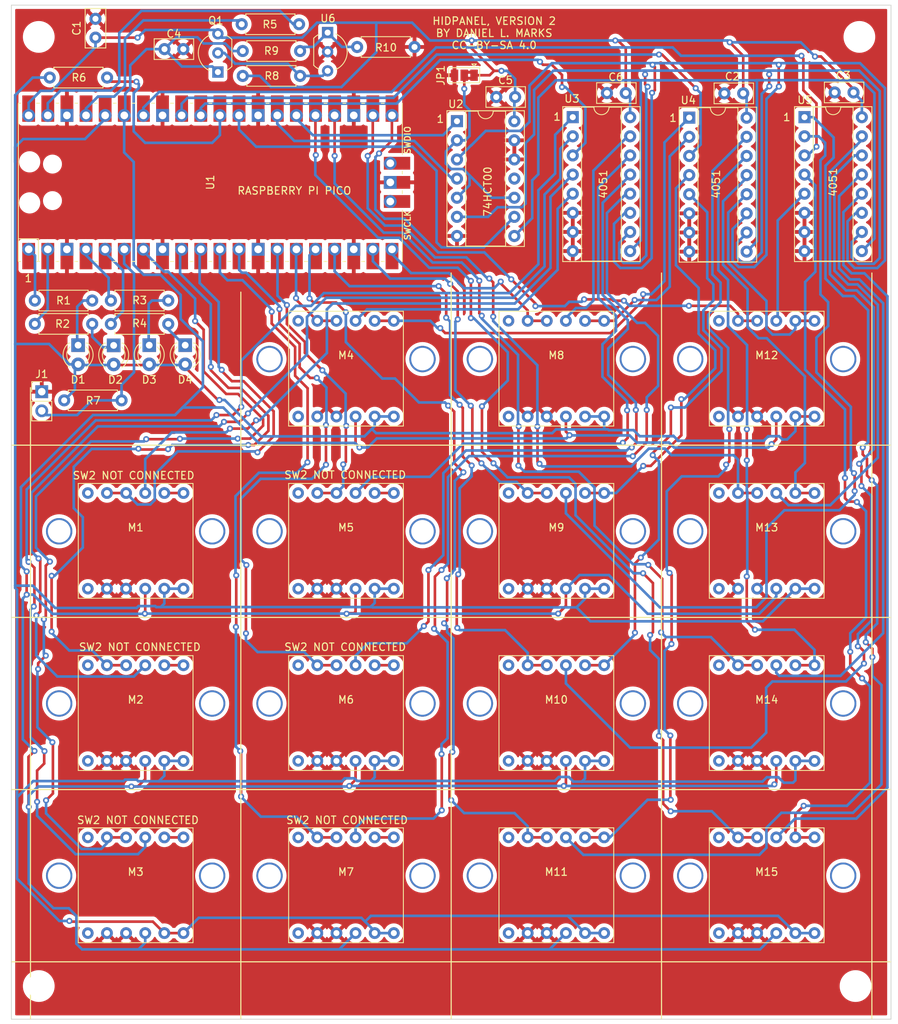
<source format=kicad_pcb>
(kicad_pcb (version 20211014) (generator pcbnew)
  (layers (0 "F.Cu" signal) (31 "B.Cu" signal) (34 "B.Paste" user) (35 "F.Paste" user) (36 "B.SilkS" user "B.Silkscreen") (37 "F.SilkS" user "F.Silkscreen") (38 "B.Mask" user) (39 "F.Mask" user) (44 "Edge.Cuts" user))
  (net 0 "")
  (net 3 "+5V")
  (net 4 "Net-(D1-Pad1)")
  (net 5 "+3.3V")
  (net 6 "Net-(D2-Pad1)")
  (net 7 "Net-(D3-Pad1)")
  (net 8 "Net-(D4-Pad1)")
  (net 9 "Net-(J1-Pad2)")
  (net 10 "LED0")
  (net 11 "LED1")
  (net 12 "LED2")
  (net 13 "LED3")
  (net 14 "ADC2INP")
  (net 15 "ADC1INP")
  (net 16 "ADC0INP")
  (net 17 "SEL2")
  (net 18 "SEL1")
  (net 19 "SEL0")
  (net 20 "SEL0T")
  (net 21 "SEL1T")
  (net 22 "SEL2T")
  (net 24 "GND")
  (net 25 "Net-(R10-Pad1)")
  (net 26 "ACC")
  (net 27 "M1A")
  (net 28 "M2A")
  (net 29 "M3A")
  (net 30 "M4A")
  (net 31 "M5A")
  (net 32 "M6A")
  (net 33 "M7A")
  (net 34 "M8A")
  (net 35 "M9A")
  (net 36 "M10A")
  (net 37 "M11A")
  (net 38 "M12A")
  (net 39 "M13A")
  (net 40 "M14A")
  (net 41 "M15A")
  (net 42 "Net-(Q1-Pad2)")
  (net 43 "Net-(R5-Pad1)")
  (net 44 "Net-(R5-Pad2)")
  (net 47 "SW1M1")
  (net 48 "SW1M2")
  (net 49 "SW1M3")
  (net 50 "SW1M4")
  (net 51 "SW1M5")
  (net 52 "SW1M6")
  (net 53 "SW1M7")
  (net 54 "SW1M8")
  (net 55 "SW1M9")
  (net 56 "SW1M10")
  (net 57 "SW1M11")
  (net 58 "SW1M12")
  (net 59 "SW1M13")
  (net 60 "SW1M14")
  (net 61 "SW1M15")
  (net 62 "SW2M13")
  (net 63 "SW2M12")
  (net 64 "SW2M14")
  (net 65 "SW2M15")
  (net 66 "SW2M9")
  (net 67 "SW2M8")
  (net 68 "SW2M10")
  (net 69 "SW2M11")
  (net 70 "Net-(R6-Pad2)")
  (net 71 "SW2M4")
  (net 72 "unconnected-(M1-Pad6)")
  (net 75 "unconnected-(M2-Pad6)")
  (net 78 "unconnected-(M3-Pad6)")
  (net 83 "unconnected-(M5-Pad6)")
  (net 86 "unconnected-(M6-Pad6)")
  (net 89 "unconnected-(M7-Pad6)")
  (net 106 "Net-(U2-Pad10)")
  (footprint "Package_DIP:DIP-16_W7.62mm_Socket" (layer "F.Cu") (at 160.93 32.655)
    (fp_text reference "U3")
    (fp_text value "4051")
  )
  (footprint "Resistor_THT:R_Axial_DIN0207_L6.3mm_D2.5mm_P7.62mm_Horizontal" (layer "F.Cu") (at 97.1 57 180)
    (fp_text reference "R1")
    (fp_text value "220R")
  )
  (footprint "Resistor_THT:R_Axial_DIN0207_L6.3mm_D2.5mm_P7.62mm_Horizontal" (layer "F.Cu") (at 91.46 27.4)
    (fp_text reference "R6")
    (fp_text value "10k")
  )
  (footprint "Package_DIP:DIP-16_W7.62mm_Socket" (layer "F.Cu") (at 191.71 32.655)
    (fp_text reference "U5")
    (fp_text value "4051")
  )
  (footprint "HIDPanel:ModulePlug" (layer "F.Cu") (at 102.87 110.49)
    (fp_text reference "M2")
    (fp_text value "ModulePlug")
  )
  (footprint "HIDPanel:RPi_Pico_SMD_TH" (layer "F.Cu") (at 112.79 41.31 90)
    (fp_text reference "U1")
    (fp_text value "Pico")
  )
  (footprint "HIDPanel:ModulePlug" (layer "F.Cu") (at 186.69 64.77)
    (fp_text reference "M12")
    (fp_text value "ModulePlug")
  )
  (footprint "Capacitor_THT:C_Disc_D5.0mm_W2.5mm_P2.50mm" (layer "F.Cu") (at 167.97 29.455 180)
    (fp_text reference "C6")
    (fp_text value "100 nF")
  )
  (footprint "HIDPanel:ModulePlug" (layer "F.Cu") (at 158.75 110.49)
    (fp_text reference "M10")
    (fp_text value "ModulePlug")
  )
  (footprint "Resistor_THT:R_Axial_DIN0207_L6.3mm_D2.5mm_P7.62mm_Horizontal" (layer "F.Cu") (at 101 70.25 180)
    (fp_text reference "R7")
    (fp_text value "10k")
  )
  (footprint "Resistor_THT:R_Axial_DIN0207_L6.3mm_D2.5mm_P7.62mm_Horizontal" (layer "F.Cu") (at 107.2 60.11 180)
    (fp_text reference "R4")
    (fp_text value "220R")
  )
  (footprint "Jumper:SolderJumper-3_P1.3mm_Bridged2Bar12_Pad1.0x1.5mm" (layer "F.Cu") (at 146.52 27.09 180)
    (fp_text reference "JP1")
    (fp_text value "Jumper_3_Bridged12" hide)
  )
  (footprint "LED_THT:LED_D3.0mm" (layer "F.Cu") (at 109.45 62.925 -90)
    (fp_text reference "D4")
    (fp_text value "LED")
  )
  (footprint "LED_THT:LED_D3.0mm" (layer "F.Cu") (at 99.95 62.95 -90)
    (fp_text reference "D2")
    (fp_text value "LED")
  )
  (footprint "HIDPanel:ModulePlug" (layer "F.Cu") (at 130.81 133.35)
    (fp_text reference "M7")
    (fp_text value "ModulePlug")
  )
  (footprint "Capacitor_THT:C_Disc_D5.0mm_W2.5mm_P2.50mm" (layer "F.Cu") (at 183.57 29.495 180)
    (fp_text reference "C2")
    (fp_text value "100 nF")
  )
  (footprint "LED_THT:LED_D3.0mm" (layer "F.Cu") (at 104.675 62.925 -90)
    (fp_text reference "D3")
    (fp_text value "LED")
  )
  (footprint "LED_THT:LED_D3.0mm" (layer "F.Cu") (at 95.225 62.925 -90)
    (fp_text reference "D1")
    (fp_text value "LED")
  )
  (footprint "Resistor_THT:R_Axial_DIN0207_L6.3mm_D2.5mm_P7.62mm_Horizontal" (layer "F.Cu") (at 117.094 27.178)
    (fp_text reference "R8")
    (fp_text value "150R")
  )
  (footprint "HIDPanel:ModulePlug" (layer "F.Cu") (at 130.81 64.77)
    (fp_text reference "M4")
    (fp_text value "ModulePlug")
  )
  (footprint "HIDPanel:ModulePlug" (layer "F.Cu") (at 186.69 133.35)
    (fp_text reference "M15")
    (fp_text value "ModulePlug")
  )
  (footprint "Resistor_THT:R_Axial_DIN0207_L6.3mm_D2.5mm_P7.62mm_Horizontal" (layer "F.Cu") (at 97.1 60.1 180)
    (fp_text reference "R2")
    (fp_text value "220R")
  )
  (footprint "HIDPanel:ModulePlug" (layer "F.Cu") (at 158.75 64.77)
    (fp_text reference "M8")
    (fp_text value "ModulePlug")
  )
  (footprint "Capacitor_THT:C_Disc_D5.0mm_W2.5mm_P2.50mm" (layer "F.Cu") (at 106.7 23.622)
    (fp_text reference "C4")
    (fp_text value "100 nF")
  )
  (footprint "HIDPanel:ModulePlug" (layer "F.Cu") (at 130.81 110.49)
    (fp_text reference "M6")
    (fp_text value "ModulePlug")
  )
  (footprint "Capacitor_THT:C_Disc_D5.0mm_W2.5mm_P2.50mm" (layer "F.Cu") (at 198.22 29.375 180)
    (fp_text reference "C3")
    (fp_text value "100 nF")
  )
  (footprint "HIDPanel:ModulePlug" (layer "F.Cu") (at 158.75 133.344)
    (fp_text reference "M11")
    (fp_text value "ModulePlug")
  )
  (footprint "Resistor_THT:R_Axial_DIN0207_L6.3mm_D2.5mm_P7.62mm_Horizontal" (layer "F.Cu") (at 124.574 20.32 180)
    (fp_text reference "R5")
    (fp_text value "10k")
  )
  (footprint "Capacitor_THT:C_Disc_D5.0mm_W2.5mm_P2.50mm" (layer "F.Cu") (at 97.536 22.098 90)
    (fp_text reference "C1")
    (fp_text value "100 nF")
  )
  (footprint "Resistor_THT:R_Axial_DIN0207_L6.3mm_D2.5mm_P7.62mm_Horizontal" (layer "F.Cu") (at 132.29 23.34)
    (fp_text reference "R10")
    (fp_text value "10k")
  )
  (footprint "Package_TO_SOT_THT:TO-92_Inline_Wide" (layer "F.Cu") (at 128.37 21.43 -90)
    (fp_text reference "U6")
    (fp_text value "TL431LP")
  )
  (footprint "MountingHole:MountingHole_3.2mm_M3" (layer "F.Cu") (at 199 22)
    (fp_text reference "H1" hide)
    (fp_text value "MountingHole")
  )
  (footprint "HIDPanel:ModulePlug" (layer "F.Cu") (at 102.87 133.35)
    (fp_text reference "M3")
    (fp_text value "ModulePlug")
  )
  (footprint "MountingHole:MountingHole_3.2mm_M3" (layer "F.Cu") (at 90 148)
    (fp_text reference "H4" hide)
    (fp_text value "MountingHole")
  )
  (footprint "Capacitor_THT:C_Disc_D5.0mm_W2.5mm_P2.50mm" (layer "F.Cu") (at 153.27 29.98 180)
    (fp_text reference "C5")
    (fp_text value "100 nF")
  )
  (footprint "Resistor_THT:R_Axial_DIN0207_L6.3mm_D2.5mm_P7.62mm_Horizontal" (layer "F.Cu") (at 117.094 23.876)
    (fp_text reference "R9")
    (fp_text value "2k2")
  )
  (footprint "MountingHole:MountingHole_3.2mm_M3" (layer "F.Cu") (at 198.488 148)
    (fp_text reference "H3" hide)
    (fp_text value "MountingHole")
  )
  (footprint "Resistor_THT:R_Axial_DIN0207_L6.3mm_D2.5mm_P7.62mm_Horizontal" (layer "F.Cu") (at 107.2 57 180)
    (fp_text reference "R3")
    (fp_text value "220R")
  )
  (footprint "HIDPanel:ModulePlug" (layer "F.Cu") (at 158.75 87.63)
    (fp_text reference "M9")
    (fp_text value "ModulePlug")
  )
  (footprint "HIDPanel:ModulePlug" (layer "F.Cu") (at 102.87 87.63)
    (fp_text reference "M1")
    (fp_text value "ModulePlug")
  )
  (footprint "Package_TO_SOT_THT:TO-92_Inline_Wide" (layer "F.Cu") (at 113.792 26.67 90)
    (fp_text reference "Q1")
    (fp_text value "2N3904")
  )
  (footprint "Connector_PinHeader_2.54mm:PinHeader_1x02_P2.54mm_Vertical" (layer "F.Cu") (at 90.4 69.1)
    (fp_text reference "J1")
    (fp_text value "2PosTerminal")
  )
  (footprint "Package_DIP:DIP-14_W7.62mm_Socket" (layer "F.Cu") (at 145.55 33.19)
    (fp_text reference "U2")
    (fp_text value "74HCT00")
  )
  (footprint "MountingHole:MountingHole_3.2mm_M3" (layer "F.Cu") (at 90 22)
    (fp_text reference "H2" hide)
    (fp_text value "MountingHole")
  )
  (footprint "HIDPanel:ModulePlug" (layer "F.Cu") (at 186.69 110.49)
    (fp_text reference "M14")
    (fp_text value "ModulePlug")
  )
  (footprint "Package_DIP:DIP-16_W7.62mm_Socket" (layer "F.Cu") (at 176.4 32.725)
    (fp_text reference "U4")
    (fp_text value "4051")
  )
  (footprint "HIDPanel:ModulePlug" (layer "F.Cu") (at 186.69 87.63)
    (fp_text reference "M13")
    (fp_text value "ModulePlug")
  )
  (footprint "HIDPanel:ModulePlug" (layer "F.Cu") (at 130.81 87.63)
    (fp_text reference "M5")
    (fp_text value "ModulePlug")
  )
  (gr_line (start 86.36 144.78) (end 203.2 144.78) (layer "F.SilkS") (width 0.15))
  (gr_line (start 203.2 121.92) (end 86.36 121.92) (layer "F.SilkS") (width 0.15))
  (gr_line (start 203.2 76.2) (end 86.36 76.2) (layer "F.SilkS") (width 0.15))
  (gr_line (start 88.9 152.4) (end 88.9 68.56) (layer "F.SilkS") (width 0.15))
  (gr_line (start 116.84 152.4) (end 116.84 55.88) (layer "F.SilkS") (width 0.15))
  (gr_line (start 203.2 99.06) (end 86.36 99.06) (layer "F.SilkS") (width 0.15))
  (gr_line (start 144.78 152.4) (end 144.78 53.34) (layer "F.SilkS") (width 0.15))
  (gr_line (start 200.66 152.4) (end 200.66 53.34) (layer "F.SilkS") (width 0.15))
  (gr_line (start 172.72 152.4) (end 172.72 53.34) (layer "F.SilkS") (width 0.15))
  (gr_line (start 86.36 152.4) (end 86.36 17.78) (layer "Edge.Cuts") (width 0.1))
  (gr_line (start 203.2 17.78) (end 203.2 152.4) (layer "Edge.Cuts") (width 0.1))
  (gr_line (start 203.2 152.4) (end 86.36 152.4) (layer "Edge.Cuts") (width 0.1))
  (gr_line (start 86.36 17.78) (end 203.2 17.78) (layer "Edge.Cuts") (width 0.1))
  (gr_text "RASPBERRY PI PICO" (at 123.952 42.418) (layer "F.SilkS") (effects (font (size 1 1))))
  (gr_text "HIDPANEL, VERSION 2\nBY DANIEL L. MARKS\nCC-BY-SA 4.0\n" (at 150.49 21.5) (layer "F.SilkS") (effects (font (size 1 1))))
  (gr_text "SW2 NOT CONNECTED" (at 130.95 125.975) (layer "F.SilkS") (effects (font (size 1 1))))
  (gr_text "SW2 NOT CONNECTED" (at 103.175 125.975) (layer "F.SilkS") (effects (font (size 1 1))))
  (gr_text "4051" (at 179.976 41.549 90) (layer "F.SilkS") (effects (font (size 1 1))))
  (gr_text "SW2 NOT CONNECTED" (at 103.425 103) (layer "F.SilkS") (effects (font (size 1 1))))
  (gr_text "1" (at 143.34 32.9) (layer "F.SilkS") (effects (font (size 1 1))))
  (gr_text "74HCT00" (at 149.64 42.53 90) (layer "F.SilkS") (effects (font (size 1 1))))
  (gr_text "1" (at 88.62 54.05) (layer "F.SilkS") (effects (font (size 1 1))))
  (gr_text "1" (at 158.85 32.61) (layer "F.SilkS") (effects (font (size 1 1))))
  (gr_text "4051" (at 195.51 41.295 90) (layer "F.SilkS") (effects (font (size 1 1))))
  (gr_text "SW2 NOT CONNECTED" (at 130.7 80.15) (layer "F.SilkS") (effects (font (size 1 1))))
  (gr_text "SW2 NOT CONNECTED" (at 102.6 80.225) (layer "F.SilkS") (effects (font (size 1 1))))
  (gr_text "1" (at 174.25 32.77) (layer "F.SilkS") (effects (font (size 1 1))))
  (gr_text "1" (at 189.36 32.67) (layer "F.SilkS") (effects (font (size 1 1))))
  (gr_text "4051" (at 164.99 41.555 90) (layer "F.SilkS") (effects (font (size 1 1))))
  (gr_text "SW2 NOT CONNECTED" (at 130.7 103) (layer "F.SilkS") (effects (font (size 1 1))))
  (segment (start 147.5 23.5295) (end 147.5 22.475) (width 0.35) (layer "F.Cu") (net 3))
  (segment (start 149.8895 27.09) (end 150.475 26.5045) (width 0.35) (layer "F.Cu") (net 3))
  (segment (start 198.22 28.92) (end 198.22 29.375) (width 0.35) (layer "F.Cu") (net 3))
  (segment (start 147.82 27.09) (end 149.8895 27.09) (width 0.35) (layer "F.Cu") (net 3))
  (segment (start 166.58 22.48) (end 166.93 22.48) (width 0.35) (layer "F.Cu") (net 3))
  (segment (start 150.475 26.5045) (end 147.5 23.5295) (width 0.35) (layer "F.Cu") (net 3))
  (segment (start 181.78 22.72) (end 183.57 24.51) (width 0.35) (layer "F.Cu") (net 3))
  (segment (start 183.57 24.51) (end 183.57 29.495) (width 0.35) (layer "F.Cu") (net 3))
  (segment (start 103.124 22.098) (end 97.536 22.098) (width 0.35) (layer "F.Cu") (net 3))
  (segment (start 166.93 22.48) (end 167.97 23.52) (width 0.35) (layer "F.Cu") (net 3))
  (segment (start 193.9 24.6) (end 198.22 28.92) (width 0.35) (layer "F.Cu") (net 3))
  (segment (start 151.4545 26.5045) (end 150.475 26.5045) (width 0.35) (layer "F.Cu") (net 3))
  (segment (start 167.97 23.52) (end 167.97 29.455) (width 0.35) (layer "F.Cu") (net 3))
  (segment (start 193.1 24.6) (end 193.9 24.6) (width 0.35) (layer "F.Cu") (net 3))
  (via (at 147.5 22.475) (size 0.8) (drill 0.4) (layers "F.Cu" "B.Cu") (net 3))
  (via (at 181.78 22.72) (size 0.8) (drill 0.4) (layers "F.Cu" "B.Cu") (net 3))
  (via (at 166.58 22.48) (size 0.8) (drill 0.4) (layers "F.Cu" "B.Cu") (net 3))
  (via (at 151.4545 26.5045) (size 0.8) (drill 0.4) (layers "F.Cu" "B.Cu") (net 3))
  (via (at 193.1 24.6) (size 0.8) (drill 0.4) (layers "F.Cu" "B.Cu") (net 3))
  (via (at 103.124 22.098) (size 0.8) (drill 0.4) (layers "F.Cu" "B.Cu") (net 3))
  (segment (start 184.02 29.945) (end 183.57 29.495) (width 0.35) (layer "B.Cu") (net 3))
  (segment (start 168.55 30.035) (end 167.97 29.455) (width 0.35) (layer "B.Cu") (net 3))
  (segment (start 117.094 27.178) (end 119.358 27.178) (width 0.35) (layer "B.Cu") (net 3))
  (segment (start 120.84 28.66) (end 130.2 28.66) (width 0.35) (layer "B.Cu") (net 3))
  (segment (start 191.22 22.72) (end 181.78 22.72) (width 0.35) (layer "B.Cu") (net 3))
  (segment (start 88.66 32.42) (end 88.66 30.74) (width 0.35) (layer "B.Cu") (net 3))
  (segment (start 126.97 20.11) (end 124.982 22.098) (width 0.35) (layer "B.Cu") (net 3))
  (segment (start 141.955 22.475) (end 139.59 20.11) (width 0.35) (layer "B.Cu") (net 3))
  (segment (start 153.17 30.08) (end 153.27 29.98) (width 0.35) (layer "B.Cu") (net 3))
  (segment (start 166.58 22.48) (end 181.54 22.48) (width 0.35) (layer "B.Cu") (net 3))
  (segment (start 97.536 23.364) (end 97.536 22.098) (width 0.35) (layer "B.Cu") (net 3))
  (segment (start 199.33 32.655) (end 199.33 30.485) (width 0.35) (layer "B.Cu") (net 3))
  (segment (start 114.3 22.098) (end 124.982 22.098) (width 0.35) (layer "B.Cu") (net 3))
  (segment (start 113.284 21.082) (end 113.792 21.59) (width 0.35) (layer "B.Cu") (net 3))
  (segment (start 193.1 24.6) (end 191.22 22.72) (width 0.35) (layer "B.Cu") (net 3))
  (segment (start 103.124 22.098) (end 104.14 21.082) (width 0.35) (layer "B.Cu") (net 3))
  (segment (start 88.66 30.74) (end 90.238 29.162) (width 0.35) (layer "B.Cu") (net 3))
  (segment (start 119.358 27.178) (end 120.84 28.66) (width 0.35) (layer "B.Cu") (net 3))
  (segment (start 134.83 20.11) (end 126.97 20.11) (width 0.35) (layer "B.Cu") (net 3))
  (segment (start 168.55 32.655) (end 168.55 30.035) (width 0.35) (layer "B.Cu") (net 3))
  (segment (start 199.33 30.485) (end 198.22 29.375) (width 0.35) (layer "B.Cu") (net 3))
  (segment (start 153.27 27.57) (end 153.27 29.98) (width 0.35) (layer "B.Cu") (net 3))
  (segment (start 149.055 22.475) (end 149.06 22.48) (width 0.35) (layer "B.Cu") (net 3))
  (segment (start 91.738 29.162) (end 97.536 23.364) (width 0.35) (layer "B.Cu") (net 3))
  (segment (start 147.5 22.475) (end 141.955 22.475) (width 0.35) (layer "B.Cu") (net 3))
  (segment (start 184.02 32.725) (end 184.02 29.945) (width 0.35) (layer "B.Cu") (net 3))
  (segment (start 153.27 30.14) (end 153.27 29.98) (width 0.35) (layer "B.Cu") (net 3))
  (segment (start 113.792 21.59) (end 114.3 22.098) (width 0.35) (layer "B.Cu") (net 3))
  (segment (start 149.06 22.48) (end 166.58 22.48) (width 0.35) (layer "B.Cu") (net 3))
  (segment (start 139.59 20.11) (end 134.83 20.11) (width 0.35) (layer "B.Cu") (net 3))
  (segment (start 181.54 22.48) (end 181.78 22.72) (width 0.35) (layer "B.Cu") (net 3))
  (segment (start 152.2045 26.5045) (end 153.27 27.57) (width 0.35) (layer "B.Cu") (net 3))
  (segment (start 130.2 28.66) (end 134.83 24.03) (width 0.35) (layer "B.Cu") (net 3))
  (segment (start 90.238 29.162) (end 91.738 29.162) (width 0.35) (layer "B.Cu") (net 3))
  (segment (start 147.5 22.475) (end 149.055 22.475) (width 0.35) (layer "B.Cu") (net 3))
  (segment (start 153.17 33.19) (end 153.17 30.08) (width 0.35) (layer "B.Cu") (net 3))
  (segment (start 104.14 21.082) (end 113.284 21.082) (width 0.35) (layer "B.Cu") (net 3))
  (segment (start 151.4545 26.5045) (end 152.2045 26.5045) (width 0.35) (layer "B.Cu") (net 3))
  (segment (start 134.83 24.03) (end 134.83 20.11) (width 0.35) (layer "B.Cu") (net 3))
  (segment (start 95.225 62.925) (end 95.1 62.8) (width 0.35) (layer "B.Cu") (net 4))
  (segment (start 95.92 57) (end 97.1 57) (width 0.35) (layer "B.Cu") (net 4))
  (segment (start 95.1 57.82) (end 95.92 57) (width 0.35) (layer "B.Cu") (net 4))
  (segment (start 95.1 62.8) (end 95.1 57.82) (width 0.35) (layer "B.Cu") (net 4))
  (segment (start 109.45 65.85) (end 109.45 65.465) (width 0.35) (layer "F.Cu") (net 5))
  (segment (start 105.156 139.446) (end 106.68 140.97) (width 0.35) (layer "F.Cu") (net 5))
  (segment (start 104.58 65.56) (end 100.02 65.56) (width 0.35) (layer "F.Cu") (net 5))
  (segment (start 94.067345 139.358655) (end 94.146655 139.358655) (width 0.35) (layer "F.Cu") (net 5))
  (segment (start 193.04 72.39) (end 190.5 72.39) (width 0.35) (layer "F.Cu") (net 5))
  (segment (start 104.675 65.465) (end 104.58 65.56) (width 0.35) (layer "F.Cu") (net 5))
  (segment (start 94.234 139.446) (end 105.156 139.446) (width 0.35) (layer "F.Cu") (net 5))
  (segment (start 114 70.2) (end 113.8 70.2) (width 0.35) (layer "F.Cu") (net 5))
  (segment (start 109.22 140.97) (end 106.68 140.97) (width 0.35) (layer "F.Cu") (net 5))
  (segment (start 94.146655 139.358655) (end 94.234 139.446) (width 0.35) (layer "F.Cu") (net 5))
  (segment (start 100.02 65.56) (end 99.95 65.49) (width 0.35) (layer "F.Cu") (net 5))
  (segment (start 113.8 70.2) (end 109.45 65.85) (width 0.35) (layer "F.Cu") (net 5))
  (via (at 114 70.2) (size 0.8) (drill 0.4) (layers "F.Cu" "B.Cu") (net 5))
  (via (at 94.067345 139.358655) (size 0.8) (drill 0.4) (layers "F.Cu" "B.Cu") (net 5))
  (segment (start 137.16 140.97) (end 134.62 140.97) (width 0.35) (layer "B.Cu") (net 5))
  (segment (start 103.22 120.81) (end 105.95 120.81) (width 0.35) (layer "B.Cu") (net 5))
  (segment (start 87.122 133.752) (end 87.122 123.338) (width 0.35) (layer "B.Cu") (net 5))
  (segment (start 190.5 120.69) (end 190.5 118.11) (width 0.35) (layer "B.Cu") (net 5))
  (segment (start 87.122 122.928) (end 89.26 120.79) (width 0.35) (layer "B.Cu") (net 5))
  (segment (start 158.2 74.6) (end 158.7 74.1) (width 0.35) (layer "B.Cu") (net 5))
  (segment (start 94.067345 139.358655) (end 92.728655 139.358655) (width 0.35) (layer "B.Cu") (net 5))
  (segment (start 160.28 138.684) (end 188.214 138.684) (width 0.35) (layer "B.Cu") (net 5))
  (segment (start 165.1 73.9) (end 165.3 74.1) (width 0.35) (layer "B.Cu") (net 5))
  (segment (start 165.1 140.964) (end 162.56 140.964) (width 0.35) (layer "B.Cu") (net 5))
  (segment (start 165.1 118.11) (end 162.56 118.11) (width 0.35) (layer "B.Cu") (net 5))
  (segment (start 134.62 73.67) (end 134.245 74.045) (width 0.35) (layer "B.Cu") (net 5))
  (segment (start 134.62 140.716) (end 134.62 140.97) (width 0.35) (layer "B.Cu") (net 5))
  (segment (start 95.32 65.56) (end 95.225 65.465) (width 0.35) (layer "B.Cu") (net 5))
  (segment (start 98.82 32.88) (end 98.82 32.42) (width 0.35) (layer "B.Cu") (net 5))
  (segment (start 134.62 72.39) (end 134.62 73.67) (width 0.35) (layer "B.Cu") (net 5))
  (segment (start 134.18 97.58) (end 134.33 97.73) (width 0.35) (layer "B.Cu") (net 5))
  (segment (start 132.842 138.938) (end 133.35 139.446) (width 0.35) (layer "B.Cu") (net 5))
  (segment (start 162.56 96.6) (end 161.43 97.73) (width 0.35) (layer "B.Cu") (net 5))
  (segment (start 134.8 74.6) (end 158.2 74.6) (width 0.35) (layer "B.Cu") (net 5))
  (segment (start 87.122 123.338) (end 87.122 122.928) (width 0.35) (layer "B.Cu") (net 5))
  (segment (start 137.16 72.39) (end 134.62 72.39) (width 0.35) (layer "B.Cu") (net 5))
  (segment (start 86.868 94.852) (end 89.222 94.852) (width 0.35) (layer "B.Cu") (net 5))
  (segment (start 86.868 62.768) (end 86.868 94.852) (width 0.35) (layer "B.Cu") (net 5))
  (segment (start 134.07 97.69) (end 134.18 97.58) (width 0.35) (layer "B.Cu") (net 5))
  (segment (start 119.53 75.03) (end 133.26 75.03) (width 0.35) (layer "B.Cu") (net 5))
  (segment (start 99.88 65.56) (end 95.32 65.56) (width 0.35) (layer "B.Cu") (net 5))
  (segment (start 134.62 118.11) (end 134.62 120.28) (width 0.35) (layer "B.Cu") (net 5))
  (segment (start 114 70.2) (end 114.7 70.2) (width 0.35) (layer "B.Cu") (net 5))
  (segment (start 94.065 65.465) (end 95.225 65.465) (width 0.35) (layer "B.Cu") (net 5))
  (segment (start 162.56 95.25) (end 162.56 96.6) (width 0.35) (layer "B.Cu") (net 5))
  (segment (start 130.64 120.42) (end 131.94 120.42) (width 0.35) (layer "B.Cu") (net 5))
  (segment (start 86.868 38.608) (end 86.868 36.622) (width 0.35) (layer "B.Cu") (net 5))
  (segment (start 134.33 97.73) (end 161.43 97.73) (width 0.35) (layer "B.Cu") (net 5))
  (segment (start 86.868 62.768) (end 86.868 38.608) (width 0.35) (layer "B.Cu") (net 5))
  (segment (start 169.82 75.01) (end 174.23 75.01) (width 0.35) (layer "B.Cu") (net 5))
  (segment (start 109.45 65.465) (end 109.355 65.56) (width 0.35) (layer "B.Cu") (net 5))
  (segment (start 162.56 120.44) (end 162.14 120.86) (width 0.35) (layer "B.Cu") (net 5))
  (segment (start 134.62 120.28) (end 134.13 120.77) (width 0.35) (layer "B.Cu") (net 5))
  (segment (start 94.8 65.84) (end 94.8 68.83) (width 0.35) (layer "B.Cu") (net 5))
  (segment (start 106.21 97.69) (end 134.07 97.69) (width 0.35) (layer "B.Cu") (net 5))
  (segment (start 106.68 95.25) (end 106.68 97.22) (width 0.35) (layer "B.Cu") (net 5))
  (segment (start 133.35 139.446) (end 134.112 138.684) (width 0.35) (layer "B.Cu") (net 5))
  (segment (start 111.252 138.938) (end 132.842 138.938) (width 0.35) (layer "B.Cu") (net 5))
  (segment (start 131.94 120.42) (end 132.29 120.77) (width 0.35) (layer "B.Cu") (net 5))
  (segment (start 86.868 95.144) (end 87.122 95.398) (width 0.35) (layer "B.Cu") (net 5))
  (segment (start 105.95 120.81) (end 130.25 120.81) (width 0.35) (layer "B.Cu") (net 5))
  (segment (start 165.3 74.1) (end 165.6 74.1) (width 0.35) (layer "B.Cu") (net 5))
  (segment (start 174.88 75.61) (end 186.28 75.61) (width 0.35) (layer "B.Cu") (net 5))
  (segment (start 103 97.81) (end 103.25 97.56) (width 0.35) (layer "B.Cu") (net 5))
  (segment (start 103.25 97.56) (end 105.47 97.56) (width 0.35) (layer "B.Cu") (net 5))
  (segment (start 86.868 38.608) (end 86.868 29.732) (width 0.35) (layer "B.Cu") (net 5))
  (segment (start 161.43 97.73) (end 163.28 99.58) (width 0.35) (layer "B.Cu") (net 5))
  (segment (start 160.4 120.24) (end 160.99 120.83) (width 0.35) (layer "B.Cu") (net 5))
  (segment (start 186.71 120.28) (end 188.24 120.28) (width 0.35) (layer "B.Cu") (net 5))
  (segment (start 160.28 138.684) (end 162.56 140.964) (width 0.35) (layer "B.Cu") (net 5))
  (segment (start 188.35 75.01) (end 188.78 75.44) (width 0.35) (layer "B.Cu") (net 5))
  (segment (start 162.56 118.11) (end 162.56 120.44) (width 0.35) (layer "B.Cu") (net 5))
  (segment (start 109.22 140.97) (end 111.252 138.938) (width 0.35) (layer "B.Cu") (net 5))
  (segment (start 87.122 133.752) (end 92.728655 139.358655) (width 0.35) (layer "B.Cu") (net 5))
  (segment (start 165.6 74.1) (end 165.7 74.2) (width 0.35) (layer "B.Cu") (net 5))
  (segment (start 186.17 99.58) (end 190.5 95.25) (width 0.35) (layer "B.Cu") (net 5))
  (segment (start 169.01 74.2) (end 169.82 75.01) (width 0.35) (layer "B.Cu") (net 5))
  (segment (start 162.14 120.86) (end 186.13 120.86) (width 0.35) (layer "B.Cu") (net 5))
  (segment (start 134.245 74.045) (end 133.26 75.03) (width 0.35) (layer "B.Cu") (net 5))
  (segment (start 159.07 120.24) (end 160.4 120.24) (width 0.35) (layer "B.Cu") (net 5))
  (segment (start 165.1 72.39) (end 162.56 72.39) (width 0.35) (layer "B.Cu") (net 5))
  (segment (start 174.29 74.95) (end 174.88 75.54) (width 0.35) (layer "B.Cu") (net 5))
  (segment (start 105.6 97.69) (end 106.21 97.69) (width 0.35) (layer "B.Cu") (net 5))
  (segment (start 134.62 95.25) (end 134.62 97.14) (width 0.35) (layer "B.Cu") (net 5))
  (segment (start 160.99 120.83) (end 160.99 120.86) (width 0.35) (layer "B.Cu") (net 5))
  (segment (start 86.868 29.732) (end 89.2 27.4) (width 0.35) (layer "B.Cu") (net 5))
  (segment (start 101.46 120.6) (end 103.01 120.6) (width 0.35) (layer "B.Cu") (net 5))
  (segment (start 160.99 120.86) (end 162.14 120.86) (width 0.35) (layer "B.Cu") (net 5))
  (segment (start 188.97 121.01) (end 190.18 121.01) (width 0.35) (layer "B.Cu") (net 5))
  (segment (start 130.25 120.81) (end 130.64 120.42) (width 0.35) (layer "B.Cu") (net 5))
  (segment (start 109.22 118.11) (end 106.68 118.11) (width 0.35) (layer "B.Cu") (net 5))
  (segment (start 95.225 65.465) (end 94.425 65.465) (width 0.35) (layer "B.Cu") (net 5))
  (segment (start 106.68 120.08) (end 105.95 120.81) (width 0.35) (layer "B.Cu") (net 5))
  (segment (start 163.28 99.58) (end 186.17 99.58) (width 0.35) (layer "B.Cu") (net 5))
  (segment (start 104.77 65.56) (end 104.675 65.465) (width 0.35) (layer "B.Cu") (net 5))
  (segment (start 94.8 68.83) (end 93.38 70.25) (width 0.35) (layer "B.Cu") (net 5))
  (segment (start 134.245 74.045) (end 134.8 74.6) (width 0.35) (layer "B.Cu") (net 5))
  (segment (start 137.16 95.25) (end 134.62 95.25) (width 0.35) (layer "B.Cu") (net 5))
  (segment (start 186.13 120.86) (end 186.71 120.28) (width 0.35) (layer "B.Cu") (net 5))
  (segment (start 188.214 138.684) (end 190.5 140.97) (width 0.35) (layer "B.Cu") (net 5))
  (segment (start 174.23 75.01) (end 174.29 74.95) (width 0.35) (layer "B.Cu") (net 5))
  (segment (start 165.7 74.2) (end 169.01 74.2) (width 0.35) (layer "B.Cu") (net 5))
  (segment (start 133.35 139.446) (end 134.62 140.716) (width 0.35) (layer "B.Cu") (net 5))
  (segment (start 105.49 97.58) (end 105.6 97.69) (width 0.35) (layer "B.Cu") (net 5))
  (segment (start 193.04 140.97) (end 190.5 140.97) (width 0.35) (layer "B.Cu") (net 5))
  (segment (start 158.7 74.1) (end 165.3 74.1) (width 0.35) (layer "B.Cu") (net 5))
  (segment (start 109.355 65.56) (end 104.77 65.56) (width 0.35) (layer "B.Cu") (net 5))
  (segment (start 94.425 65.465) (end 94.8 65.84) (width 0.35) (layer "B.Cu") (net 5))
  (segment (start 174.88 75.54) (end 174.88 75.61) (width 0.35) (layer "B.Cu") (net 5))
  (segment (start 134.112 138.684) (end 160.28 138.684) (width 0.35) (layer "B.Cu") (net 5))
  (segment (start 193.04 95.25) (end 190.5 95.25) (width 0.35) (layer "B.Cu") (net 5))
  (segment (start 106.68 118.11) (end 106.68 120.08) (width 0.35) (layer "B.Cu") (net 5))
  (segment (start 158.54 120.77) (end 159.07 120.24) (width 0.35) (layer "B.Cu") (net 5))
  (segment (start 134.13 120.77) (end 158.54 120.77) (width 0.35) (layer "B.Cu") (net 5))
  (segment (start 89.26 120.79) (end 101.27 120.79) (width 0.35) (layer "B.Cu") (net 5))
  (segment (start 101.27 120.79) (end 101.46 120.6) (width 0.35) (layer "B.Cu") (net 5))
  (segment (start 134.62 97.14) (end 134.18 97.58) (width 0.35) (layer "B.Cu") (net 5))
  (segment (start 188.24 120.28) (end 188.97 121.01) (width 0.35) (layer "B.Cu") (net 5))
  (segment (start 165.1 72.39) (end 165.1 73.9) (width 0.35) (layer "B.Cu") (net 5))
  (segment (start 96.14 35.56) (end 98.82 32.88) (width 0.35) (layer "B.Cu") (net 5))
  (segment (start 189.4 75.44) (end 190.5 74.34) (width 0.35) (layer "B.Cu") (net 5))
  (segment (start 190.18 121.01) (end 190.5 120.69) (width 0.35) (layer "B.Cu") (net 5))
  (segment (start 86.868 62.768) (end 91.368 62.768) (width 0.35) (layer "B.Cu") (net 5))
  (segment (start 103.01 120.6) (end 103.22 120.81) (width 0.35) (layer "B.Cu") (net 5))
  (segment (start 87.122 95.398) (end 87.122 123.338) (width 0.35) (layer "B.Cu") (net 5))
  (segment (start 89.222 94.852) (end 92.18 97.81) (width 0.35) (layer "B.Cu") (net 5))
  (segment (start 190.5 74.34) (end 190.5 72.39) (width 0.35) (layer "B.Cu") (net 5))
  (segment (start 132.29 120.77) (end 134.13 120.77) (width 0.35) (layer "B.Cu") (net 5))
  (segment (start 186.88 75.01) (end 188.35 75.01) (width 0.35) (layer "B.Cu") (net 5))
  (segment (start 99.95 65.49) (end 99.88 65.56) (width 0.35) (layer "B.Cu") (net 5))
  (segment (start 91.368 62.768) (end 94.065 65.465) (width 0.35) (layer "B.Cu") (net 5))
  (segment (start 188.78 75.44) (end 189.4 75.44) (width 0.35) (layer "B.Cu") (net 5))
  (segment (start 105.47 97.56) (end 105.49 97.58) (width 0.35) (layer "B.Cu") (net 5))
  (segment (start 193.04 118.11) (end 190.5 118.11) (width 0.35) (layer "B.Cu") (net 5))
  (segment (start 165.1 95.25) (end 162.56 95.25) (width 0.35) (layer "B.Cu") (net 5))
  (segment (start 87.93 35.56) (end 96.14 35.56) (width 0.35) (layer "B.Cu") (net 5))
  (segment (start 86.868 94.852) (end 86.868 95.144) (width 0.35) (layer "B.Cu") (net 5))
  (segment (start 92.18 97.81) (end 103 97.81) (width 0.35) (layer "B.Cu") (net 5))
  (segment (start 114.7 70.2) (end 119.53 75.03) (width 0.35) (layer "B.Cu") (net 5))
  (segment (start 86.868 36.622) (end 87.93 35.56) (width 0.35) (layer "B.Cu") (net 5))
  (segment (start 109.22 95.25) (end 106.68 95.25) (width 0.35) (layer "B.Cu") (net 5))
  (segment (start 137.16 118.11) (end 134.62 118.11) (width 0.35) (layer "B.Cu") (net 5))
  (segment (start 89.2 27.4) (end 91.46 27.4) (width 0.35) (layer "B.Cu") (net 5))
  (segment (start 106.68 97.22) (end 106.21 97.69) (width 0.35) (layer "B.Cu") (net 5))
  (segment (start 186.28 75.61) (end 186.88 75.01) (width 0.35) (layer "B.Cu") (net 5))
  (segment (start 97.1 61.8) (end 98.5 63.2) (width 0.35) (layer "B.Cu") (net 6))
  (segment (start 99.7 63.2) (end 99.95 62.95) (width 0.35) (layer "B.Cu") (net 6))
  (segment (start 97.1 60.1) (end 97.1 61.8) (width 0.35) (layer "B.Cu") (net 6))
  (segment (start 98.5 63.2) (end 99.7 63.2) (width 0.35) (layer "B.Cu") (net 6))
  (segment (start 105.04 57) (end 107.2 57) (width 0.35) (layer "B.Cu") (net 7))
  (segment (start 104.6 62.85) (end 104.6 57.44) (width 0.35) (layer "B.Cu") (net 7))
  (segment (start 104.675 62.925) (end 104.6 62.85) (width 0.35) (layer "B.Cu") (net 7))
  (segment (start 104.6 57.44) (end 105.04 57) (width 0.35) (layer "B.Cu") (net 7))
  (segment (start 107.2 60.8) (end 109.325 62.925) (width 0.35) (layer "B.Cu") (net 8))
  (segment (start 107.2 60.11) (end 107.2 60.8) (width 0.35) (layer "B.Cu") (net 8))
  (segment (start 109.325 62.925) (end 109.45 62.925) (width 0.35) (layer "B.Cu") (net 8))
  (segment (start 95.1 72.2) (end 97.05 70.25) (width 0.35) (layer "B.Cu") (net 9))
  (segment (start 102.65 66.525) (end 102.65 53.41) (width 0.35) (layer "B.Cu") (net 9))
  (segment (start 90.96 72.2) (end 95.1 72.2) (width 0.35) (layer "B.Cu") (net 9))
  (segment (start 102.65 53.41) (end 101.346 52.106) (width 0.35) (layer "B.Cu") (net 9))
  (segment (start 101 68.175) (end 102.65 66.525) (width 0.35) (layer "B.Cu") (net 9))
  (segment (start 101.346 52.106) (end 101.346 50.214) (width 0.35) (layer "B.Cu") (net 9))
  (segment (start 97.05 70.25) (end 101 70.25) (width 0.35) (layer "B.Cu") (net 9))
  (segment (start 101 70.25) (end 101 68.175) (width 0.35) (layer "B.Cu") (net 9))
  (segment (start 101.346 50.214) (end 101.36 50.2) (width 0.35) (layer "B.Cu") (net 9))
  (segment (start 90.4 71.64) (end 90.96 72.2) (width 0.35) (layer "B.Cu") (net 9))
  (segment (start 88.66 50.2) (end 89.5 51.04) (width 0.35) (layer "B.Cu") (net 10))
  (segment (start 89.5 56.98) (end 89.48 57) (width 0.35) (layer "B.Cu") (net 10))
  (segment (start 89.5 51.04) (end 89.5 56.98) (width 0.35) (layer "B.Cu") (net 10))
  (segment (start 91.2 50.2) (end 91.186 50.214) (width 0.35) (layer "B.Cu") (net 11))
  (segment (start 91.186 58.214) (end 89.48 59.92) (width 0.35) (layer "B.Cu") (net 11))
  (segment (start 91.186 50.214) (end 91.186 58.214) (width 0.35) (layer "B.Cu") (net 11))
  (segment (start 89.48 59.92) (end 89.48 60.1) (width 0.35) (layer "B.Cu") (net 11))
  (segment (start 96.29 50.99) (end 99.28 53.98) (width 0.35) (layer "B.Cu") (net 12))
  (segment (start 99.28 53.98) (end 99.28 56.7) (width 0.35) (layer "B.Cu") (net 12))
  (segment (start 96.28 50.2) (end 96.29 50.21) (width 0.35) (layer "B.Cu") (net 12))
  (segment (start 96.29 50.21) (end 96.29 50.99) (width 0.35) (layer "B.Cu") (net 12))
  (segment (start 99.28 56.7) (end 99.58 57) (width 0.35) (layer "B.Cu") (net 12))
  (segment (start 101.2 53) (end 101.2 58.4) (width 0.35) (layer "B.Cu") (net 13))
  (segment (start 99.58 60.02) (end 99.58 60.11) (width 0.35) (layer "B.Cu") (net 13))
  (segment (start 101.2 58.4) (end 99.58 60.02) (width 0.35) (layer "B.Cu") (net 13))
  (segment (start 98.82 50.2) (end 98.82 50.62) (width 0.35) (layer "B.Cu") (net 13))
  (segment (start 98.82 50.62) (end 101.2 53) (width 0.35) (layer "B.Cu") (net 13))
  (segment (start 191.56 29.08) (end 191.56 24.905) (width 0.35) (layer "F.Cu") (net 14))
  (segment (start 191.56 24.905) (end 191.3 24.645) (width 0.35) (layer "F.Cu") (net 14))
  (segment (start 193.3 36.57) (end 193.3 30.82) (width 0.35) (layer "F.Cu") (net 14))
  (segment (start 191.3 24.645) (end 191.3 24.505) (width 0.35) (layer "F.Cu") (net 14))
  (segment (start 193.3 30.82) (end 191.56 29.08) (width 0.35) (layer "F.Cu") (net 14))
  (via (at 193.3 36.57) (size 0.8) (drill 0.4) (layers "F.Cu" "B.Cu") (net 14))
  (via (at 191.3 24.505) (size 0.8) (drill 0.4) (layers "F.Cu" "B.Cu") (net 14))
  (segment (start 136.87 29.31) (end 142.78 23.4) (width 0.35) (layer "B.Cu") (net 14))
  (segment (start 193.3 36.57) (end 192.135 37.735) (width 0.35) (layer "B.Cu") (net 14))
  (segment (start 105.982 29.31) (end 136.87 29.31) (width 0.35) (layer "B.Cu") (net 14))
  (segment (start 142.78 23.4) (end 174.2 23.4) (width 0.35) (layer "B.Cu") (net 14))
  (segment (start 174.2 23.4) (end 175.305 24.505) (width 0.35) (layer "B.Cu") (net 14))
  (segment (start 192.135 37.735) (end 191.71 37.735) (width 0.35) (layer "B.Cu") (net 14))
  (segment (start 103.9 32.42) (end 103.9 31.392) (width 0.35) (layer "B.Cu") (net 14))
  (segment (start 103.9 31.392) (end 105.982 29.31) (width 0.35) (layer "B.Cu") (net 14))
  (segment (start 175.305 24.505) (end 191.3 24.505) (width 0.35) (layer "B.Cu") (net 14))
  (segment (start 177.26 28.815) (end 172.79 24.345) (width 0.35) (layer "F.Cu") (net 15))
  (segment (start 172.79 24.345) (end 172.38 24.345) (width 0.35) (layer "F.Cu") (net 15))
  (via (at 177.26 28.815) (size 0.8) (drill 0.4) (layers "F.Cu" "B.Cu") (net 15))
  (via (at 172.38 24.345) (size 0.8) (drill 0.4) (layers "F.Cu" "B.Cu") (net 15))
  (segment (start 142.855 24.345) (end 137.11 30.09) (width 0.35) (layer "B.Cu") (net 15))
  (segment (start 177.91 36.295) (end 177.91 29.465) (width 0.35) (layer "B.Cu") (net 15))
  (segment (start 137.11 30.09) (end 109.76 30.09) (width 0.35) (layer "B.Cu") (net 15))
  (segment (start 172.38 24.345) (end 142.855 24.345) (width 0.35) (layer "B.Cu") (net 15))
  (segment (start 176.4 37.805) (end 177.91 36.295) (width 0.35) (layer "B.Cu") (net 15))
  (segment (start 109.76 30.09) (end 108.98 30.87) (width 0.35) (layer "B.Cu") (net 15))
  (segment (start 108.98 30.87) (end 108.98 32.42) (width 0.35) (layer "B.Cu") (net 15))
  (segment (start 177.91 29.465) (end 177.26 28.815) (width 0.35) (layer "B.Cu") (net 15))
  (segment (start 156.575 25.3) (end 156.975 25.7) (width 0.35) (layer "F.Cu") (net 16))
  (segment (start 156.975 25.7) (end 158.145 25.7) (width 0.35) (layer "F.Cu") (net 16))
  (segment (start 158.145 25.7) (end 159.5 27.055) (width 0.35) (layer "F.Cu") (net 16))
  (segment (start 159.5 27.055) (end 159.5 28.66) (width 0.35) (layer "F.Cu") (net 16))
  (via (at 159.5 28.66) (size 0.8) (drill 0.4) (layers "F.Cu" "B.Cu") (net 16))
  (via (at 156.575 25.3) (size 0.8) (drill 0.4) (layers "F.Cu" "B.Cu") (net 16))
  (segment (start 156.325 25.05) (end 143.34 25.05) (width 0.35) (layer "B.Cu") (net 16))
  (segment (start 162.61 36.055) (end 160.93 37.735) (width 0.35) (layer "B.Cu") (net 16))
  (segment (start 143.34 25.05) (end 137.53 30.86) (width 0.35) (layer "B.Cu") (net 16))
  (segment (start 162.61 31.32) (end 162.61 36.055) (width 0.35) (layer "B.Cu") (net 16))
  (segment (start 137.53 30.86) (end 112.1 30.86) (width 0.35) (layer "B.Cu") (net 16))
  (segment (start 111.52 31.44) (end 111.52 32.42) (width 0.35) (layer "B.Cu") (net 16))
  (segment (start 112.1 30.86) (end 111.52 31.44) (width 0.35) (layer "B.Cu") (net 16))
  (segment (start 156.575 25.3) (end 156.325 25.05) (width 0.35) (layer "B.Cu") (net 16))
  (segment (start 159.95 28.66) (end 162.61 31.32) (width 0.35) (layer "B.Cu") (net 16))
  (segment (start 159.5 28.66) (end 159.95 28.66) (width 0.35) (layer "B.Cu") (net 16))
  (segment (start 116.6 32.42) (end 116.6 34.304) (width 0.35) (layer "B.Cu") (net 17))
  (segment (start 139.636 36.576) (end 142.84 39.78) (width 0.35) (layer "B.Cu") (net 17))
  (segment (start 149.13 49.93) (end 153.17 45.89) (width 0.35) (layer "B.Cu") (net 17))
  (segment (start 142.84 49.27) (end 143.5 49.93) (width 0.35) (layer "B.Cu") (net 17))
  (segment (start 116.6 34.304) (end 118.872 36.576) (width 0.35) (layer "B.Cu") (net 17))
  (segment (start 143.5 49.93) (end 149.13 49.93) (width 0.35) (layer "B.Cu") (net 17))
  (segment (start 142.84 39.78) (end 142.84 49.27) (width 0.35) (layer "B.Cu") (net 17))
  (segment (start 118.872 36.576) (end 139.636 36.576) (width 0.35) (layer "B.Cu") (net 17))
  (segment (start 144.88 40.81) (end 139.884 35.814) (width 0.35) (layer "B.Cu") (net 18))
  (segment (start 121.68 33.542) (end 121.68 32.42) (width 0.35) (layer "B.Cu") (net 18))
  (segment (start 123.952 35.814) (end 121.68 33.542) (width 0.35) (layer "B.Cu") (net 18))
  (segment (start 145.55 40.81) (end 144.88 40.81) (width 0.35) (layer "B.Cu") (net 18))
  (segment (start 139.884 35.814) (end 123.952 35.814) (width 0.35) (layer "B.Cu") (net 18))
  (segment (start 126.412 35.052) (end 124.22 32.86) (width 0.35) (layer "B.Cu") (net 19))
  (segment (start 145.55 33.19) (end 143.688 35.052) (width 0.35) (layer "B.Cu") (net 19))
  (segment (start 143.688 35.052) (end 126.412 35.052) (width 0.35) (layer "B.Cu") (net 19))
  (segment (start 124.22 32.86) (end 124.22 32.42) (width 0.35) (layer "B.Cu") (net 19))
  (segment (start 171.83 29.0595) (end 171.4645 29.425) (width 0.35) (layer "F.Cu") (net 20))
  (segment (start 188.29 25.7005) (end 188.29 28.565) (width 0.35) (layer "F.Cu") (net 20))
  (segment (start 171.83 26.0005) (end 171.83 29.0595) (width 0.35) (layer "F.Cu") (net 20))
  (segment (start 188.29 28.565) (end 188.31 28.585) (width 0.35) (layer "F.Cu") (net 20))
  (segment (start 171.53 25.7005) (end 171.83 26.0005) (width 0.35) (layer "F.Cu") (net 20))
  (via (at 171.4645 29.425) (size 0.8) (drill 0.4) (layers "F.Cu" "B.Cu") (net 20))
  (via (at 188.31 28.585) (size 0.8) (drill 0.4) (layers "F.Cu" "B.Cu") (net 20))
  (via (at 188.29 25.7005) (size 0.8) (drill 0.4) (layers "F.Cu" "B.Cu") (net 20))
  (via (at 171.53 25.7005) (size 0.8) (drill 0.4) (layers "F.Cu" "B.Cu") (net 20))
  (segment (start 171.41 29.4795) (end 171.41 51.365) (width 0.35) (layer "B.Cu") (net 20))
  (segment (start 171.35 25.485) (end 188.16 25.485) (width 0.35) (layer "B.Cu") (net 20))
  (segment (start 202.4 51.665) (end 201.38 52.685) (width 0.35) (layer "B.Cu") (net 20))
  (segment (start 147.42 36.4) (end 145.55 38.27) (width 0.35) (layer "B.Cu") (net 20))
  (segment (start 182.99 52.555) (end 182.16 51.725) (width 0.35) (layer "B.Cu") (net 20))
  (segment (start 167.25 52.675) (end 166.41 51.835) (width 0.35) (layer "B.Cu") (net 20))
  (segment (start 147.45 36.4) (end 147.42 36.4) (width 0.35) (layer "B.Cu") (net 20))
  (segment (start 188.16 25.485) (end 188.16 25.5705) (width 0.35) (layer "B.Cu") (net 20))
  (segment (start 188.16 25.5705) (end 188.29 25.7005) (width 0.35) (layer "B.Cu") (net 20))
  (segment (start 202.4 28.8) (end 202.4 51.665) (width 0.35) (layer "B.Cu") (net 20))
  (segment (start 171.4645 29.425) (end 171.41 29.4795) (width 0.35) (layer "B.Cu") (net 20))
  (segment (start 197.43 46.48) (end 198.555 45.355) (width 0.35) (layer "B.Cu") (net 20))
  (segment (start 188.16 25.485) (end 199.085 25.485) (width 0.35) (layer "B.Cu") (net 20))
  (segment (start 198.555 45.355) (end 199.33 45.355) (width 0.35) (layer "B.Cu") (net 20))
  (segment (start 186.66 30.235) (end 186.66 50.935) (width 0.35) (layer "B.Cu") (net 20))
  (segment (start 182.16 51.725) (end 182.16 47.515) (width 0.35) (layer "B.Cu") (net 20))
  (segment (start 155.18 28.465) (end 158.16 25.485) (width 0.35) (layer "B.Cu") (net 20))
  (segment (start 158.16 25.485) (end 171.35 25.485) (width 0.35) (layer "B.Cu") (net 20))
  (segment (start 171.41 51.365) (end 170.1 52.675) (width 0.35) (layer "B.Cu") (net 20))
  (segment (start 199.085 25.485) (end 202.4 28.8) (width 0.35) (layer "B.Cu") (net 20))
  (segment (start 201.38 52.685) (end 198.37 52.685) (width 0.35) (layer "B.Cu") (net 20))
  (segment (start 155.18 33.28) (end 153.98 34.48) (width 0.35) (layer "B.Cu") (net 20))
  (segment (start 166.41 51.835) (end 166.41 46.82) (width 0.35) (layer "B.Cu") (net 20))
  (segment (start 171.35 25.485) (end 171.35 25.5205) (width 0.35) (layer "B.Cu") (net 20))
  (segment (start 153.98 34.48) (end 149.37 34.48) (width 0.35) (layer "B.Cu") (net 20))
  (segment (start 182.16 47.515) (end 184.02 45.655) (width 0.35) (layer "B.Cu") (net 20))
  (segment (start 185.04 52.555) (end 182.99 52.555) (width 0.35) (layer "B.Cu") (net 20))
  (segment (start 170.1 52.675) (end 167.25 52.675) (width 0.35) (layer "B.Cu") (net 20))
  (segment (start 171.35 25.5205) (end 171.53 25.7005) (width 0.35) (layer "B.Cu") (net 20))
  (segment (start 188.31 28.585) (end 186.66 30.235) (width 0.35) (layer "B.Cu") (net 20))
  (segment (start 167.875 45.355) (end 168.55 45.355) (width 0.35) (layer "B.Cu") (net 20))
  (segment (start 155.18 28.465) (end 155.18 33.28) (width 0.35) (layer "B.Cu") (net 20))
  (segment (start 184.02 45.655) (end 184.02 45.425) (width 0.35) (layer "B.Cu") (net 20))
  (segment (start 186.66 50.935) (end 185.04 52.555) (width 0.35) (layer "B.Cu") (net 20))
  (segment (start 197.43 51.745) (end 197.43 46.48) (width 0.35) (layer "B.Cu") (net 20))
  (segment (start 166.41 46.82) (end 167.875 45.355) (width 0.35) (layer "B.Cu") (net 20))
  (segment (start 149.37 34.48) (end 147.45 36.4) (width 0.35) (layer "B.Cu") (net 20))
  (segment (start 198.37 52.685) (end 197.43 51.745) (width 0.35) (layer "B.Cu") (net 20))
  (segment (start 187.02 26.9705) (end 187.02 28.535) (width 0.35) (layer "F.Cu") (net 21))
  (segment (start 170.54 26.975) (end 170.54 28.285) (width 0.35) (layer "F.Cu") (net 21))
  (segment (start 187.02 28.535) (end 187.04 28.555) (width 0.35) (layer "F.Cu") (net 21))
  (segment (start 170.54 28.285) (end 170.87 28.615) (width 0.35) (layer "F.Cu") (net 21))
  (via (at 170.87 28.615) (size 0.8) (drill 0.4) (layers "F.Cu" "B.Cu") (net 21))
  (via (at 187.02 26.9705) (size 0.8) (drill 0.4) (layers "F.Cu" "B.Cu") (net 21))
  (via (at 170.54 26.975) (size 0.8) (drill 0.4) (layers "F.Cu" "B.Cu") (net 21))
  (via (at 187.04 28.555) (size 0.8) (drill 0.4) (layers "F.Cu" "B.Cu") (net 21))
  (segment (start 170.87 28.615) (end 170.69 28.795) (width 0.35) (layer "B.Cu") (net 21))
  (segment (start 170.52 26.475) (end 187.01 26.475) (width 0.35) (layer "B.Cu") (net 21))
  (segment (start 170.69 28.795) (end 170.69 51.035) (width 0.35) (layer "B.Cu") (net 21))
  (segment (start 167.1 51.435) (end 167.1 49.345) (width 0.35) (layer "B.Cu") (net 21))
  (segment (start 201.7 51.345) (end 200.92 52.125) (width 0.35) (layer "B.Cu") (net 21))
  (segment (start 154.67 44.13) (end 154.19 44.61) (width 0.35) (layer "B.Cu") (net 21))
  (segment (start 149.67 45.89) (end 145.55 45.89) (width 0.35) (layer "B.Cu") (net 21))
  (segment (start 170.52 26.955) (end 170.54 26.975) (width 0.35) (layer "B.Cu") (net 21))
  (segment (start 184.02 48.075) (end 184.02 47.965) (width 0.35) (layer "B.Cu") (net 21))
  (segment (start 167.67 52.005) (end 167.1 51.435) (width 0.35) (layer "B.Cu") (net 21))
  (segment (start 187.01 26.9605) (end 187.02 26.9705) (width 0.35) (layer "B.Cu") (net 21))
  (segment (start 186.03 50.585) (end 184.69 51.925) (width 0.35) (layer "B.Cu") (net 21))
  (segment (start 170.52 26.475) (end 170.52 26.955) (width 0.35) (layer "B.Cu") (net 21))
  (segment (start 184.69 51.925) (end 183.36 51.925) (width 0.35) (layer "B.Cu") (net 21))
  (segment (start 158.37 26.475) (end 155.8 29.045) (width 0.35) (layer "B.Cu") (net 21))
  (segment (start 170.69 51.035) (end 169.72 52.005) (width 0.35) (layer "B.Cu") (net 21))
  (segment (start 169.72 52.005) (end 167.67 52.005) (width 0.35) (layer "B.Cu") (net 21))
  (segment (start 200.92 52.125) (end 198.86 52.125) (width 0.35) (layer "B.Cu") (net 21))
  (segment (start 198.86 52.125) (end 197.98 51.245) (width 0.35) (layer "B.Cu") (net 21))
  (segment (start 187.01 26.475) (end 198.975 26.475) (width 0.35) (layer "B.Cu") (net 21))
  (segment (start 187.01 26.475) (end 187.01 26.9605) (width 0.35) (layer "B.Cu") (net 21))
  (segment (start 197.98 49.245) (end 199.33 47.895) (width 0.35) (layer "B.Cu") (net 21))
  (segment (start 154.19 44.61) (end 150.95 44.61) (width 0.35) (layer "B.Cu") (net 21))
  (segment (start 154.67 36.08) (end 154.67 44.13) (width 0.35) (layer "B.Cu") (net 21))
  (segment (start 201.7 29.2) (end 201.7 51.345) (width 0.35) (layer "B.Cu") (net 21))
  (segment (start 187.04 28.555) (end 186.03 29.565) (width 0.35) (layer "B.Cu") (net 21))
  (segment (start 182.77 51.335) (end 182.77 49.325) (width 0.35) (layer "B.Cu") (net 21))
  (segment (start 197.98 51.245) (end 197.98 49.245) (width 0.35) (layer "B.Cu") (net 21))
  (segment (start 198.975 26.475) (end 201.7 29.2) (width 0.35) (layer "B.Cu") (net 21))
  (segment (start 186.03 29.565) (end 186.03 50.585) (width 0.35) (layer "B.Cu") (net 21))
  (segment (start 182.77 49.325) (end 184.02 48.075) (width 0.35) (layer "B.Cu") (net 21))
  (segment (start 155.8 29.045) (end 155.8 34.95) (width 0.35) (layer "B.Cu") (net 21))
  (segment (start 167.1 49.345) (end 168.55 47.895) (width 0.35) (layer "B.Cu") (net 21))
  (segment (start 170.52 26.475) (end 158.37 26.475) (width 0.35) (layer "B.Cu") (net 21))
  (segment (start 183.36 51.925) (end 182.77 51.335) (width 0.35) (layer "B.Cu") (net 21))
  (segment (start 155.8 34.95) (end 154.67 36.08) (width 0.35) (layer "B.Cu") (net 21))
  (segment (start 150.95 44.61) (end 149.67 45.89) (width 0.35) (layer "B.Cu") (net 21))
  (segment (start 185.39 49.135) (end 184.02 50.505) (width 0.35) (layer "B.Cu") (net 22))
  (segment (start 169.96 27.765) (end 169.96 49.025) (width 0.35) (layer "B.Cu") (net 22))
  (segment (start 201 29.475) (end 199.27 27.745) (width 0.35) (layer "B.Cu") (net 22))
  (segment (start 155.54 46.06) (end 153.17 48.43) (width 0.35) (layer "B.Cu") (net 22))
  (segment (start 201 48.765) (end 201 29.475) (width 0.35) (layer "B.Cu") (net 22))
  (segment (start 158.65 27.765) (end 156.35 30.065) (width 0.35) (layer "B.Cu") (net 22))
  (segment (start 156.35 40.23) (end 155.54 41.04) (width 0.35) (layer "B.Cu") (net 22))
  (segment (start 169.96 27.765) (end 158.65 27.765) (width 0.35) (layer "B.Cu") (net 22))
  (segment (start 199.33 50.435) (end 201 48.765) (width 0.35) (layer "B.Cu") (net 22))
  (segment (start 199.27 27.745) (end 185.31 27.745) (width 0.35) (layer "B.Cu") (net 22))
  (segment (start 155.54 41.04) (end 155.54 46.06) (width 0.35) (layer "B.Cu") (net 22))
  (segment (start 169.96 49.025) (end 168.55 50.435) (width 0.35) (layer "B.Cu") (net 22))
  (segment (start 185.39 27.865) (end 185.39 49.135) (width 0.35) (layer "B.Cu") (net 22))
  (segment (start 169.96 27.765) (end 185.29 27.765) (width 0.35) (layer "B.Cu") (net 22))
  (segment (start 185.31 27.745) (end 185.29 27.765) (width 0.35) (layer "B.Cu") (net 22))
  (segment (start 156.35 30.065) (end 156.35 40.23) (width 0.35) (layer "B.Cu") (net 22))
  (segment (start 185.39 27.865) (end 185.29 27.765) (width 0.35) (layer "B.Cu") (net 22))
  (segment (start 125.26 23.33) (end 124.714 23.876) (width 0.35) (layer "B.Cu") (net 25))
  (segment (start 126.47 23.33) (end 125.26 23.33) (width 0.35) (layer "B.Cu") (net 25))
  (segment (start 131.62 23.34) (end 131.61 23.33) (width 0.35) (layer "B.Cu") (net 25))
  (segment (start 131.61 23.33) (end 130.27 23.33) (width 0.35) (layer "B.Cu") (net 25))
  (segment (start 132.29 23.34) (end 131.62 23.34) (width 0.35) (layer "B.Cu") (net 25))
  (segment (start 130.27 23.33) (end 128.37 21.43) (width 0.35) (layer "B.Cu") (net 25))
  (segment (start 128.37 21.43) (end 126.47 23.33) (width 0.35) (layer "B.Cu") (net 25))
  (segment (start 104.14 120.53) (end 103.16 121.51) (width 0.35) (layer "F.Cu") (net 26))
  (segment (start 160.02 74.3945) (end 160.02 72.39) (width 0.35) (layer "F.Cu") (net 26))
  (segment (start 159.74 121.44) (end 160.02 121.16) (width 0.35) (layer "F.Cu") (net 26))
  (segment (start 160.02 95.25) (end 160.02 97.53) (width 0.35) (layer "F.Cu") (net 26))
  (segment (start 130.96 98.5) (end 131.88 98.5) (width 0.35) (layer "F.Cu") (net 26))
  (segment (start 88.67 124.21) (end 88.63 124.17) (width 0.35) (layer "F.Cu") (net 26))
  (segment (start 104.14 118.11) (end 104.14 120.53) (width 0.35) (layer "F.Cu") (net 26))
  (segment (start 88.63 124.17) (end 88.63 117.59) (width 0.35) (layer "F.Cu") (net 26))
  (segment (start 187.96 118.11) (end 187.96 120.97) (width 0.35) (layer "F.Cu") (net 26))
  (segment (start 132.6 76.5) (end 132.08 75.98) (width 0.35) (layer "F.Cu") (net 26))
  (segment (start 88.63 117.59) (end 89.43 116.79) (width 0.35) (layer "F.Cu") (net 26))
  (segment (start 132.08 118.11) (end 132.08 120.61) (width 0.35) (layer "F.Cu") (net 26))
  (segment (start 132.08 95.25) (end 132.08 98.3) (width 0.35) (layer "F.Cu") (net 26))
  (segment (start 187.96 75.44) (end 187.34 76.06) (width 0.35) (layer "F.Cu") (net 26))
  (segment (start 160.02 118.11) (end 160.02 121.16) (width 0.35) (layer "F.Cu") (net 26))
  (segment (start 160.5 74.8745) (end 160.02 74.3945) (width 0.35) (layer "F.Cu") (net 26))
  (segment (start 132.08 120.61) (end 131.25 121.44) (width 0.35) (layer "F.Cu") (net 26))
  (segment (start 187.96 120.97) (end 187.71 121.22) (width 0.35) (layer "F.Cu") (net 26))
  (segment (start 187.96 72.39) (end 187.96 75.44) (width 0.35) (layer "F.Cu") (net 26))
  (segment (start 88.392 96.04) (end 88.392 92.964) (width 0.35) (layer "F.Cu") (net 26))
  (segment (start 132.08 75.98) (end 132.08 72.39) (width 0.35) (layer "F.Cu") (net 26))
  (segment (start 102.3 121.51) (end 103.16 121.51) (width 0.35) (layer "F.Cu") (net 26))
  (segment (start 104.14 98.51) (end 104.09 98.56) (width 0.35) (layer "F.Cu") (net 26))
  (segment (start 160.02 97.53) (end 158.99 98.56) (width 0.35) (layer "F.Cu") (net 26))
  (segment (start 130.89 98.57) (end 130.96 98.5) (width 0.35) (layer "F.Cu") (net 26))
  (segment (start 132.08 98.3) (end 131.88 98.5) (width 0.35) (layer "F.Cu") (net 26))
  (segment (start 104.14 95.25) (end 104.14 98.51) (width 0.35) (layer "F.Cu") (net 26))
  (via (at 159.74 121.44) (size 0.8) (drill 0.4) (layers "F.Cu" "B.Cu") (net 26))
  (via (at 132.6 76.5) (size 0.8) (drill 0.4) (layers "F.Cu" "B.Cu") (net 26))
  (via (at 158.99 98.56) (size 0.8) (drill 0.4) (layers "F.Cu" "B.Cu") (net 26))
  (via (at 104.09 98.56) (size 0.8) (drill 0.4) (layers "F.Cu" "B.Cu") (net 26))
  (via (at 102.3 121.51) (size 0.8) (drill 0.4) (layers "F.Cu" "B.Cu") (net 26))
  (via (at 187.34 76.06) (size 0.8) (drill 0.4) (layers "F.Cu" "B.Cu") (net 26))
  (via (at 88.392 96.04) (size 0.8) (drill 0.4) (layers "F.Cu" "B.Cu") (net 26))
  (via (at 160.5 74.8745) (size 0.8) (drill 0.4) (layers "F.Cu" "B.Cu") (net 26))
  (via (at 131.25 121.44) (size 0.8) (drill 0.4) (layers "F.Cu" "B.Cu") (net 26))
  (via (at 187.71 121.22) (size 0.8) (drill 0.4) (layers "F.Cu" "B.Cu") (net 26))
  (via (at 89.43 116.79) (size 0.8) (drill 0.4) (layers "F.Cu" "B.Cu") (net 26))
  (via (at 88.392 92.964) (size 0.8) (drill 0.4) (layers "F.Cu" "B.Cu") (net 26))
  (via (at 130.89 98.57) (size 0.8) (drill 0.4) (layers "F.Cu" "B.Cu") (net 26))
  (via (at 88.67 124.21) (size 0.8) (drill 0.4) (layers "F.Cu" "B.Cu") (net 26))
  (segment (start 108.85 56.25) (end 108.85 59.45) (width 0.35) (layer "B.Cu") (net 26))
  (segment (start 101.36 32.42) (end 101.346 32.434) (width 0.35) (layer "B.Cu") (net 26))
  (segment (start 101.36 32.42) (end 101.49 32.29) (width 0.35) (layer "B.Cu") (net 26))
  (segment (start 160.5 74.8745) (end 160.5255 74.9) (width 0.35) (layer "B.Cu") (net 26))
  (segment (start 104.09 98.56) (end 130.88 98.56) (width 0.35) (layer "B.Cu") (net 26))
  (segment (start 170.87 98.58) (end 185.69 98.58) (width 0.35) (layer "B.Cu") (net 26))
  (segment (start 111.07 22.05) (end 111.89 22.87) (width 0.35) (layer "B.Cu") (net 26))
  (segment (start 168.48 74.9) (end 169.43 75.85) (width 0.35) (layer "B.Cu") (net 26))
  (segment (start 93.98 137.668) (end 94.996 138.684) (width 0.35) (layer "B.Cu") (net 26))
  (segment (start 185.69 98.58) (end 187.96 96.31) (width 0.35) (layer "B.Cu") (net 26))
  (segment (start 87.63 92.202) (end 87.63 81.77) (width 0.35) (layer "B.Cu") (net 26))
  (segment (start 173.72 75.85) (end 174.39 76.52) (width 0.35) (layer "B.Cu") (net 26))
  (segment (start 89.9 121.51) (end 102.3 121.51) (width 0.35) (layer "B.Cu") (net 26))
  (segment (start 160.5 74.8745) (end 160.0745 75.3) (width 0.35) (layer "B.Cu") (net 26))
  (segment (start 131.25 121.44) (end 159.74 121.44) (width 0.35) (layer "B.Cu") (net 26))
  (segment (start 132 75.9) (end 119.2 75.9) (width 0.35) (layer "B.Cu") (net 26))
  (segment (start 108.85 59.45) (end 111.8 62.4) (width 0.35) (layer "B.Cu") (net 26))
  (segment (start 94.996 142.376) (end 95.75 143.13) (width 0.35) (layer "B.Cu") (net 26))
  (segment (start 160.5255 74.9) (end 168.48 74.9) (width 0.35) (layer "B.Cu") (net 26))
  (segment (start 109.1 71.2) (end 108.1 72.2) (width 0.35) (layer "B.Cu") (net 26))
  (segment (start 102.488 143.13) (end 128.396 143.13) (width 0.35) (layer "B.Cu") (net 26))
  (segment (start 159.74 121.44) (end 187.49 121.44) (width 0.35) (layer "B.Cu") (net 26))
  (segment (start 91.948 137.668) (end 93.98 137.668) (width 0.35) (layer "B.Cu") (net 26))
  (segment (start 111.8 68.5) (end 108.1 72.2) (width 0.35) (layer "B.Cu") (net 26))
  (segment (start 104.308 23.622) (end 106.7 23.622) (width 0.35) (layer "B.Cu") (net 26))
  (segment (start 87.63 81.77) (end 97.2 72.2) (width 0.35) (layer "B.Cu") (net 26))
  (segment (start 94.996 138.684) (end 94.996 142.376) (width 0.35) (layer "B.Cu") (net 26))
  (segment (start 103.25 143.13) (end 104.14 142.24) (width 0.35) (layer "B.Cu") (net 26))
  (segment (start 131.18 121.51) (end 102.3 121.51) (width 0.35) (layer "B.Cu") (net 26))
  (segment (start 95.75 143.13) (end 102.488 143.13) (width 0.35) (layer "B.Cu") (net 26))
  (segment (start 131.25 121.44) (end 131.18 121.51) (width 0.35) (layer "B.Cu") (net 26))
  (segment (start 87.884 115.244) (end 87.884 96.548) (width 0.35) (layer "B.Cu") (net 26))
  (segment (start 158.98 98.57) (end 158.99 98.56) (width 0.35) (layer "B.Cu") (net 26))
  (segment (start 111.8 62.4) (end 111.8 68.5) (width 0.35) (layer "B.Cu") (net 26))
  (segment (start 89.43 116.79) (end 87.884 115.244) (width 0.35) (layer "B.Cu") (net 26))
  (segment (start 87.884 96.548) (end 88.392 96.04) (width 0.35) (layer "B.Cu") (net 26))
  (segment (start 101.346 37.338) (end 102.616 38.608) (width 0.35) (layer "B.Cu") (net 26))
  (segment (start 187.49 121.44) (end 187.71 121.22) (width 0.35) (layer "B.Cu") (net 26))
  (segment (start 134.9 75.3) (end 133.7 76.5) (width 0.35) (layer "B.Cu") (net 26))
  (segment (start 156.846 143.13) (end 185.8 143.13) (width 0.35) (layer "B.Cu") (net 26))
  (segment (start 88.67 122.74) (end 89.9 121.51) (width 0.35) (layer "B.Cu") (net 26))
  (segment (start 187.96 96.31) (end 187.96 95.25) (width 0.35) (layer "B.Cu") (net 26))
  (segment (start 157.854 143.13) (end 160.02 140.964) (width 0.35) (layer "B.Cu") (net 26))
  (segment (start 128.396 143.13) (end 156.846 143.13) (width 0.35) (layer "B.Cu") (net 26))
  (segment (start 106.18 53.58) (end 108.85 56.25) (width 0.35) (layer "B.Cu") (net 26))
  (segment (start 133.7 76.5) (end 132.6 76.5) (width 0.35) (layer "B.Cu") (net 26))
  (segment (start 104.14 142.24) (end 104.14 140.97) (width 0.35) (layer "B.Cu") (net 26))
  (segment (start 103.94 53.58) (end 106.18 53.58) (width 0.35) (layer "B.Cu") (net 26))
  (segment (start 88.67 124.21) (end 88.67 134.39) (width 0.35) (layer "B.Cu") (net 26))
  (segment (start 88.67 124.21) (end 88.67 122.74) (width 0.35) (layer "B.Cu") (net 26))
  (segment (start 186.88 76.52) (end 187.34 76.06) (width 0.35) (layer "B.Cu") (net 26))
  (segment (start 102.15 28.84) (end 102.15 25.78) (width 0.35) (layer "B.Cu") (net 26))
  (segment (start 101.346 32.434) (end 101.346 37.338) (width 0.35) (layer "B.Cu") (net 26))
  (segment (start 130.89 98.57) (end 158.98 98.57) (width 0.35) (layer "B.Cu") (net 26))
  (segment (start 102.15 25.78) (end 104.308 23.622) (width 0.35) (layer "B.Cu") (net 26))
  (segment (start 109.008 25.93) (end 106.7 23.622) (width 0.35) (layer "B.Cu") (net 26))
  (segment (start 104.06 98.59) (end 91.82 98.59) (width 0.35) (layer "B.Cu") (net 26))
  (segment (start 109.008 25.93) (end 113.052 25.93) (width 0.35) (layer "B.Cu") (net 26))
  (segment (start 88.67 134.39) (end 91.948 137.668) (width 0.35) (layer "B.Cu") (net 26))
  (segment (start 129.92 143.13) (end 132.08 140.97) (width 0.35) (layer "B.Cu") (net 26))
  (segment (start 102.488 143.13) (end 103.25 143.13) (width 0.35) (layer "B.Cu") (net 26))
  (segment (start 101.49 29.5) (end 102.15 28.84) (width 0.35) (layer "B.Cu") (net 26))
  (segment (start 114.76 22.87) (end 115.766 23.876) (width 0.35) (layer "B.Cu") (net 26))
  (segment (start 106.7 23.622) (end 108.272 22.05) (width 0.35) (layer "B.Cu") (net 26))
  (segment (start 108.272 22.05) (end 111.07 22.05) (width 0.35) (layer "B.Cu") (net 26))
  (segment (start 130.88 98.56) (end 130.89 98.57) (width 0.35) (layer "B.Cu") (net 26))
  (segment (start 161.83 93.44) (end 165.73 93.44) (width 0.35) (layer "B.Cu") (net 26))
  (segment (start 114.5 71.2) (end 109.1 71.2) (width 0.35) (layer "B.Cu") (net 26))
  (segment (start 132.6 76.5) (end 132 75.9) (width 0.35) (layer "B.Cu") (net 26))
  (segment (start 111.89 22.87) (end 114.76 22.87) (width 0.35) (layer "B.Cu") (net 26))
  (segment (start 89.27 96.04) (end 88.392 96.04) (width 0.35) (layer "B.Cu") (net 26))
  (segment (start 185.8 143.13) (end 187.96 140.97) (width 0.35) (layer "B.Cu") (net 26))
  (segment (start 174.39 76.52) (end 186.88 76.52) (width 0.35) (layer "B.Cu") (net 26))
  (segment (start 119.2 75.9) (end 114.5 71.2) (width 0.35) (layer "B.Cu") (net 26))
  (segment (start 160.0745 75.3) (end 134.9 75.3) (width 0.35) (layer "B.Cu") (net 26))
  (segment (start 102.616 38.608) (end 102.616 52.256) (width 0.35) (layer "B.Cu") (net 26))
  (segment (start 165.73 93.44) (end 170.87 98.58) (width 0.35) (layer "B.Cu") (net 26))
  (segment (start 91.82 98.59) (end 89.27 96.04) (width 0.35) (layer "B.Cu") (net 26))
  (segment (start 156.846 143.13) (end 157.854 143.13) (width 0.35) (layer "B.Cu") (net 26))
  (segment (start 160.02 95.25) (end 161.83 93.44) (width 0.35) (layer "B.Cu") (net 26))
  (segment (start 101.49 32.29) (end 101.49 29.5) (width 0.35) (layer "B.Cu") (net 26))
  (segment (start 115.766 23.876) (end 117.094 23.876) (width 0.35) (layer "B.Cu") (net 26))
  (segment (start 88.392 92.964) (end 87.63 92.202) (width 0.35) (layer "B.Cu") (net 26))
  (segment (start 169.43 75.85) (end 173.72 75.85) (width 0.35) (layer "B.Cu") (net 26))
  (segment (start 102.616 52.256) (end 103.94 53.58) (width 0.35) (layer "B.Cu") (net 26))
  (segment (start 128.396 143.13) (end 129.92 143.13) (width 0.35) (layer "B.Cu") (net 26))
  (segment (start 113.052 25.93) (end 113.792 26.67) (width 0.35) (layer "B.Cu") (net 26))
  (segment (start 97.2 72.2) (end 108.1 72.2) (width 0.35) (layer "B.Cu") (net 26))
  (segment (start 104.09 98.56) (end 104.06 98.59) (width 0.35) (layer "B.Cu") (net 26))
  (segment (start 89.42 97.52) (end 89.33 97.61) (width 0.35) (layer "F.Cu") (net 27))
  (segment (start 90.72 118.46) (end 90.72 116.86) (width 0.35) (layer "F.Cu") (net 27))
  (segment (start 115.81 72.2) (end 113.6 72.2) (width 0.35) (layer "F.Cu") (net 27))
  (segment (start 89.78 123.54) (end 89.78 119.4) (width 0.35) (layer "F.Cu") (net 27))
  (segment (start 89.78 119.4) (end 90.72 118.46) (width 0.35) (layer "F.Cu") (net 27))
  (segment (start 88.646 91.694) (end 89.42 92.468) (width 0.35) (layer "F.Cu") (net 27))
  (segment (start 90.72 116.86) (end 90.76 116.82) (width 0.35) (layer "F.Cu") (net 27))
  (segment (start 116.905 71.105) (end 115.81 72.2) (width 0.35) (layer "F.Cu") (net 27))
  (segment (start 89.42 92.468) (end 89.42 97.52) (width 0.35) (layer "F.Cu") (net 27))
  (via (at 89.33 97.61) (size 0.8) (drill 0.4) (layers "F.Cu" "B.Cu") (net 27))
  (via (at 88.646 91.694) (size 0.8) (drill 0.4) (layers "F.Cu" "B.Cu") (net 27))
  (via (at 89.78 123.54) (size 0.8) (drill 0.4) (layers "F.Cu" "B.Cu") (net 27))
  (via (at 113.6 72.2) (size 0.8) (drill 0.4) (layers "F.Cu" "B.Cu") (net 27))
  (via (at 116.905 71.105) (size 0.8) (drill 0.4) (layers "F.Cu" "B.Cu") (net 27))
  (via (at 90.76 116.82) (size 0.8) (drill 0.4) (layers "F.Cu" "B.Cu") (net 27))
  (segment (start 156.36 52.174) (end 156.36 42.36) (width 0.35) (layer "B.Cu") (net 27))
  (segment (start 126.17 57.71) (end 127.87 56.01) (width 0.35) (layer "B.Cu") (net 27))
  (segment (start 158.59 40.13) (end 158.59 34.995) (width 0.35) (layer "B.Cu") (net 27))
  (segment (start 88.9 114.96) (end 88.9 98.04) (width 0.35) (layer "B.Cu") (net 27))
  (segment (start 88.392 82.083) (end 88.392 91.44) (width 0.35) (layer "B.Cu") (net 27))
  (segment (start 88.392 91.44) (end 88.646 91.694) (width 0.35) (layer "B.Cu") (net 27))
  (segment (start 94.89 130.49) (end 103.19 130.49) (width 0.35) (layer "B.Cu") (net 27))
  (segment (start 97.575 72.9) (end 88.392 82.083) (width 0.35) (layer "B.Cu") (net 27))
  (segment (start 112.9 72.9) (end 97.575 72.9) (width 0.35) (layer "B.Cu") (net 27))
  (segment (start 90.76 116.82) (end 88.9 114.96) (width 0.35) (layer "B.Cu") (net 27))
  (segment (start 152.524 56.01) (end 156.36 52.174) (width 0.35) (layer "B.Cu") (net 27))
  (segment (start 89.78 123.54) (end 89.78 125.38) (width 0.35) (layer "B.Cu") (net 27))
  (segment (start 124.15 57.71) (end 126.17 57.71) (width 0.35) (layer "B.Cu") (net 27))
  (segment (start 89.78 125.38) (end 94.89 130.49) (width 0.35) (layer "B.Cu") (net 27))
  (segment (start 116.905 71.105) (end 116.905 64.955) (width 0.35) (layer "B.Cu") (net 27))
  (segment (start 113.6 72.2) (end 112.9 72.9) (width 0.35) (layer "B.Cu") (net 27))
  (segment (start 88.9 98.04) (end 89.33 97.61) (width 0.35) (layer "B.Cu") (net 27))
  (segment (start 156.36 42.36) (end 158.59 40.13) (width 0.35) (layer "B.Cu") (net 27))
  (segment (start 116.905 64.955) (end 124.15 57.71) (width 0.35) (layer "B.Cu") (net 27))
  (segment (start 127.87 56.01) (end 152.524 56.01) (width 0.35) (layer "B.Cu") (net 27))
  (segment (start 158.59 34.995) (end 160.93 32.655) (width 0.35) (layer "B.Cu") (net 27))
  (segment (start 103.19 130.49) (end 104.14 129.54) (width 0.35) (layer "B.Cu") (net 27))
  (segment (start 104.14 129.54) (end 104.14 128.27) (width 0.35) (layer "B.Cu") (net 27))
  (segment (start 116.67 73.1) (end 114.6 73.1) (width 0.35) (layer "F.Cu") (net 28))
  (segment (start 90.1945 98.286) (end 89.6745 98.806) (width 0.35) (layer "F.Cu") (net 28))
  (segment (start 90.1945 91.4645) (end 90.1945 98.286) (width 0.35) (layer "F.Cu") (net 28))
  (segment (start 89.97 91.24) (end 90.1945 91.4645) (width 0.35) (layer "F.Cu") (net 28))
  (segment (start 117.785 71.985) (end 116.67 73.1) (width 0.35) (layer "F.Cu") (net 28))
  (via (at 117.785 71.985) (size 0.8) (drill 0.4) (layers "F.Cu" "B.Cu") (net 28))
  (via (at 89.6745 98.806) (size 0.8) (drill 0.4) (layers "F.Cu" "B.Cu") (net 28))
  (via (at 89.97 91.24) (size 0.8) (drill 0.4) (layers "F.Cu" "B.Cu") (net 28))
  (via (at 114.6 73.1) (size 0.8) (drill 0.4) (layers "F.Cu" "B.Cu") (net 28))
  (segment (start 153.02 56.63) (end 157.18 52.47) (width 0.35) (layer "B.Cu") (net 28))
  (segment (start 89.03 90.3) (end 89.97 91.24) (width 0.35) (layer "B.Cu") (net 28))
  (segment (start 128.18 56.63) (end 153.02 56.63) (width 0.35) (layer "B.Cu") (net 28))
  (segment (start 114 73.7) (end 97.85 73.7) (width 0.35) (layer "B.Cu") (net 28))
  (segment (start 114.6 73.1) (end 114 73.7) (width 0.35) (layer "B.Cu") (net 28))
  (segment (start 97.85 73.7) (end 89.03 82.52) (width 0.35) (layer "B.Cu") (net 28))
  (segment (start 117.785 71.985) (end 125.63 64.14) (width 0.35) (layer "B.Cu") (net 28))
  (segment (start 125.63 59.18) (end 128.18 56.63) (width 0.35) (layer "B.Cu") (net 28))
  (segment (start 157.18 42.93) (end 159.28 40.83) (width 0.35) (layer "B.Cu") (net 28))
  (segment (start 157.18 52.47) (end 157.18 42.93) (width 0.35) (layer "B.Cu") (net 28))
  (segment (start 89.6745 98.806) (end 89.662 98.8185) (width 0.35) (layer "B.Cu") (net 28))
  (segment (start 125.63 64.14) (end 125.63 59.18) (width 0.35) (layer "B.Cu") (net 28))
  (segment (start 102.64 106.91) (end 104.14 105.41) (width 0.35) (layer "B.Cu") (net 28))
  (segment (start 159.28 40.83) (end 159.28 36.845) (width 0.35) (layer "B.Cu") (net 28))
  (segment (start 92.46 106.91) (end 102.64 106.91) (width 0.35) (layer "B.Cu") (net 28))
  (segment (start 89.03 82.52) (end 89.03 90.3) (width 0.35) (layer "B.Cu") (net 28))
  (segment (start 89.662 98.8185) (end 89.662 104.112) (width 0.35) (layer "B.Cu") (net 28))
  (segment (start 159.28 36.845) (end 160.93 35.195) (width 0.35) (layer "B.Cu") (net 28))
  (segment (start 89.662 104.112) (end 92.46 106.91) (width 0.35) (layer "B.Cu") (net 28))
  (segment (start 118.87275 72.9) (end 117.77275 74) (width 0.35) (layer "F.Cu") (net 29))
  (segment (start 117.77275 74) (end 115.4 74) (width 0.35) (layer "F.Cu") (net 29))
  (via (at 118.87275 72.9) (size 0.8) (drill 0.4) (layers "F.Cu" "B.Cu") (net 29))
  (via (at 115.4 74) (size 0.8) (drill 0.4) (layers "F.Cu" "B.Cu") (net 29))
  (segment (start 157.97 52.66) (end 157.97 43.235) (width 0.35) (layer "B.Cu") (net 29))
  (segment (start 153.24 57.39) (end 157.97 52.66) (width 0.35) (layer "B.Cu") (net 29))
  (segment (start 107.675 74.5) (end 104.14 78.035) (width 0.35) (layer "B.Cu") (net 29))
  (segment (start 118.87275 72.9) (end 119.33 72.9) (width 0.35) (layer "B.Cu") (net 29))
  (segment (start 128.27 63.96) (end 128.27 58.166) (width 0.35) (layer "B.Cu") (net 29))
  (segment (start 104.14 78.035) (end 104.14 82.55) (width 0.35) (layer "B.Cu") (net 29))
  (segment (start 119.33 72.9) (end 128.27 63.96) (width 0.35) (layer "B.Cu") (net 29))
  (segment (start 157.97 43.235) (end 160.93 40.275) (width 0.35) (layer "B.Cu") (net 29))
  (segment (start 129.046 57.39) (end 153.24 57.39) (width 0.35) (layer "B.Cu") (net 29))
  (segment (start 115.4 74) (end 114.9 74.5) (width 0.35) (layer "B.Cu") (net 29))
  (segment (start 128.27 58.166) (end 129.046 57.39) (width 0.35) (layer "B.Cu") (net 29))
  (segment (start 114.9 74.5) (end 107.675 74.5) (width 0.35) (layer "B.Cu") (net 29))
  (segment (start 133.604 58.166) (end 153.67 58.166) (width 0.35) (layer "B.Cu") (net 30))
  (segment (start 158.92 44.825) (end 160.93 42.815) (width 0.35) (layer "B.Cu") (net 30))
  (segment (start 132.08 59.69) (end 133.604 58.166) (width 0.35) (layer "B.Cu") (net 30))
  (segment (start 153.67 58.166) (end 158.92 52.916) (width 0.35) (layer "B.Cu") (net 30))
  (segment (start 158.92 52.916) (end 158.92 44.825) (width 0.35) (layer "B.Cu") (net 30))
  (segment (start 142.51 100.57) (end 142.62 100.46) (width 0.35) (layer "F.Cu") (net 31))
  (segment (start 143.53 117.23) (end 143.5 117.2) (width 0.35) (layer "F.Cu") (net 31))
  (segment (start 168.905 77.665) (end 170.75 75.82) (width 0.35) (layer "F.Cu") (net 31))
  (segment (start 143.53 124.67) (end 143.53 117.23) (width 0.35) (layer "F.Cu") (net 31))
  (segment (start 170.75 75.82) (end 170.75 71.52) (width 0.35) (layer "F.Cu") (net 31))
  (segment (start 142.62 100.46) (end 142.62 93.65) (width 0.35) (layer "F.Cu") (net 31))
  (segment (start 142.62 93.65) (end 143.5 92.77) (width 0.35) (layer "F.Cu") (net 31))
  (via (at 142.51 100.57) (size 0.8) (drill 0.4) (layers "F.Cu" "B.Cu") (net 31))
  (via (at 143.5 117.2) (size 0.8) (drill 0.4) (layers "F.Cu" "B.Cu") (net 31))
  (via (at 170.75 71.52) (size 0.8) (drill 0.4) (layers "F.Cu" "B.Cu") (net 31))
  (via (at 143.53 124.67) (size 0.8) (drill 0.4) (layers "F.Cu" "B.Cu") (net 31))
  (via (at 143.5 92.77) (size 0.8) (drill 0.4) (layers "F.Cu" "B.Cu") (net 31))
  (via (at 168.905 77.665) (size 0.8) (drill 0.4) (layers "F.Cu" "B.Cu") (net 31))
  (segment (start 147.15 77.65) (end 144.36 80.44) (width 0.35) (layer "B.Cu") (net 31))
  (segment (start 144.36 80.44) (end 144.36 91.91) (width 0.35) (layer "B.Cu") (net 31))
  (segment (start 132.08 127) (end 132.08 128.27) (width 0.35) (layer "B.Cu") (net 31))
  (segment (start 143.5 115.9) (end 143.5 117.2) (width 0.35) (layer "B.Cu") (net 31))
  (segment (start 143.53 124.67) (end 142.44 125.76) (width 0.35) (layer "B.Cu") (net 31))
  (segment (start 165.47 45.38) (end 168.035 42.815) (width 0.35) (layer "B.Cu") (net 31))
  (segment (start 142.51 100.57) (end 144.3 102.36) (width 0.35) (layer "B.Cu") (net 31))
  (segment (start 144.3 102.36) (end 144.3 115.1) (width 0.35) (layer "B.Cu") (net 31))
  (segment (start 144.36 91.91) (end 143.5 92.77) (width 0.35) (layer "B.Cu") (net 31))
  (segment (start 172.27 68.32) (end 172.27 61.7) (width 0.35) (layer "B.Cu") (net 31))
  (segment (start 144.3 115.1) (end 143.5 115.9) (width 0.35) (layer "B.Cu") (net 31))
  (segment (start 133.32 125.76) (end 132.08 127) (width 0.35) (layer "B.Cu") (net 31))
  (segment (start 170.75 71.52) (end 170.75 69.84) (width 0.35) (layer "B.Cu") (net 31))
  (segment (start 169.48 59.96) (end 165.47 55.95) (width 0.35) (layer "B.Cu") (net 31))
  (segment (start 142.44 125.76) (end 133.32 125.76) (width 0.35) (layer "B.Cu") (net 31))
  (segment (start 168.89 77.65) (end 147.15 77.65) (width 0.35) (layer "B.Cu") (net 31))
  (segment (start 165.47 55.95) (end 165.47 45.38) (width 0.35) (layer "B.Cu") (net 31))
  (segment (start 170.75 69.84) (end 172.27 68.32) (width 0.35) (layer "B.Cu") (net 31))
  (segment (start 168.905 77.665) (end 168.89 77.65) (width 0.35) (layer "B.Cu") (net 31))
  (segment (start 168.035 42.815) (end 168.55 42.815) (width 0.35) (layer "B.Cu") (net 31))
  (segment (start 170.53 59.96) (end 169.48 59.96) (width 0.35) (layer "B.Cu") (net 31))
  (segment (start 172.27 61.7) (end 170.53 59.96) (width 0.35) (layer "B.Cu") (net 31))
  (segment (start 169.38 75.89) (end 169.38 71.59) (width 0.35) (layer "F.Cu") (net 32))
  (segment (start 168.76 76.51) (end 169.38 75.89) (width 0.35) (layer "F.Cu") (net 32))
  (segment (start 169.38 71.59) (end 169.31 71.52) (width 0.35) (layer "F.Cu") (net 32))
  (segment (start 141.15 100.22) (end 141.76 99.61) (width 0.35) (layer "F.Cu") (net 32))
  (segment (start 141.76 99.61) (end 141.76 92.77) (width 0.35) (layer "F.Cu") (net 32))
  (via (at 141.15 100.22) (size 0.8) (drill 0.4) (layers "F.Cu" "B.Cu") (net 32))
  (via (at 141.76 92.77) (size 0.8) (drill 0.4) (layers "F.Cu" "B.Cu") (net 32))
  (via (at 169.31 71.52) (size 0.8) (drill 0.4) (layers "F.Cu" "B.Cu") (net 32))
  (via (at 168.76 76.51) (size 0.8) (drill 0.4) (layers "F.Cu" "B.Cu") (net 32))
  (segment (start 133.72 102.5) (end 132.08 104.14) (width 0.35) (layer "B.Cu") (net 32))
  (segment (start 169.31 71.52) (end 169.31 70.54) (width 0.35) (layer "B.Cu") (net 32))
  (segment (start 143.73 90.8) (end 141.76 92.77) (width 0.35) (layer "B.Cu") (net 32))
  (segment (start 141.15 100.22) (end 138.87 102.5) (width 0.35) (layer "B.Cu") (net 32))
  (segment (start 165.64 63.37) (end 168.24 60.77) (width 0.35) (layer "B.Cu") (net 32))
  (segment (start 146.75 76.9) (end 143.73 79.92) (width 0.35) (layer "B.Cu") (net 32))
  (segment (start 169.31 70.54) (end 165.64 66.87) (width 0.35) (layer "B.Cu") (net 32))
  (segment (start 168.55 40.38) (end 168.55 40.275) (width 0.35) (layer "B.Cu") (net 32))
  (segment (start 168.1 76.9) (end 146.75 76.9) (width 0.35) (layer "B.Cu") (net 32))
  (segment (start 165.64 66.87) (end 165.64 63.37) (width 0.35) (layer "B.Cu") (net 32))
  (segment (start 168.24 59.59) (end 164.91 56.26) (width 0.35) (layer "B.Cu") (net 32))
  (segment (start 143.73 79.92) (end 143.73 90.8) (width 0.35) (layer "B.Cu") (net 32))
  (segment (start 168.24 60.77) (end 168.24 59.59) (width 0.35) (layer "B.Cu") (net 32))
  (segment (start 132.08 104.14) (end 132.08 105.41) (width 0.35) (layer "B.Cu") (net 32))
  (segment (start 164.91 44.02) (end 168.55 40.38) (width 0.35) (layer "B.Cu") (net 32))
  (segment (start 168.49 76.51) (end 168.1 76.9) (width 0.35) (layer "B.Cu") (net 32))
  (segment (start 164.91 56.26) (end 164.91 44.02) (width 0.35) (layer "B.Cu") (net 32))
  (segment (start 168.76 76.51) (end 168.49 76.51) (width 0.35) (layer "B.Cu") (net 32))
  (segment (start 138.87 102.5) (end 133.72 102.5) (width 0.35) (layer "B.Cu") (net 32))
  (segment (start 168.22 75.24) (end 168.22 71.64) (width 0.35) (layer "F.Cu") (net 33))
  (segment (start 168.22 71.64) (end 168.15 71.57) (width 0.35) (layer "F.Cu") (net 33))
  (segment (start 167.58 75.88) (end 168.22 75.24) (width 0.35) (layer "F.Cu") (net 33))
  (via (at 167.58 75.88) (size 0.8) (drill 0.4) (layers "F.Cu" "B.Cu") (net 33))
  (via (at 168.15 71.57) (size 0.8) (drill 0.4) (layers "F.Cu" "B.Cu") (net 33))
  (segment (start 167.58 75.88) (end 167.46 76) (width 0.35) (layer "B.Cu") (net 33))
  (segment (start 168.15 70.39) (end 164.87 67.11) (width 0.35) (layer "B.Cu") (net 33))
  (segment (start 166.67 59.01) (end 164.32 56.66) (width 0.35) (layer "B.Cu") (net 33))
  (segment (start 164.87 62.81) (end 166.67 61.01) (width 0.35) (layer "B.Cu") (net 33))
  (segment (start 164.87 67.11) (end 164.87 62.81) (width 0.35) (layer "B.Cu") (net 33))
  (segment (start 168.15 71.57) (end 168.15 70.39) (width 0.35) (layer "B.Cu") (net 33))
  (segment (start 141.96 80.4) (end 134.23 80.4) (width 0.35) (layer "B.Cu") (net 33))
  (segment (start 146.36 76) (end 141.96 80.4) (width 0.35) (layer "B.Cu") (net 33))
  (segment (start 134.23 80.4) (end 132.08 82.55) (width 0.35) (layer "B.Cu") (net 33))
  (segment (start 164.32 41.965) (end 168.55 37.735) (width 0.35) (layer "B.Cu") (net 33))
  (segment (start 166.67 61.01) (end 166.67 59.01) (width 0.35) (layer "B.Cu") (net 33))
  (segment (start 167.46 76) (end 146.36 76) (width 0.35) (layer "B.Cu") (net 33))
  (segment (start 164.32 56.66) (end 164.32 41.965) (width 0.35) (layer "B.Cu") (net 33))
  (segment (start 168.235 35.195) (end 163.67 39.76) (width 0.35) (layer "B.Cu") (net 34))
  (segment (start 161.35 57.99) (end 160.02 59.32) (width 0.35) (layer "B.Cu") (net 34))
  (segment (start 160.02 59.32) (end 160.02 59.69) (width 0.35) (layer "B.Cu") (net 34))
  (segment (start 168.55 35.195) (end 168.235 35.195) (width 0.35) (layer "B.Cu") (net 34))
  (segment (start 162.68 57.99) (end 161.35 57.99) (width 0.35) (layer "B.Cu") (net 34))
  (segment (start 163.67 57) (end 162.68 57.99) (width 0.35) (layer "B.Cu") (net 34))
  (segment (start 163.67 39.76) (end 163.67 57) (width 0.35) (layer "B.Cu") (net 34))
  (segment (start 200.73 104.34) (end 200.73 103.23) (width 0.35) (layer "F.Cu") (net 35))
  (segment (start 200.73 103.23) (end 199.85 102.35) (width 0.35) (layer "F.Cu") (net 35))
  (segment (start 199.4455 77.4255) (end 199.4455 76.52) (width 0.35) (layer "F.Cu") (net 35))
  (segment (start 200.64 80.84) (end 200.01 80.21) (width 0.35) (layer "F.Cu") (net 35))
  (segment (start 200.01 80.21) (end 200.01 77.99) (width 0.35) (layer "F.Cu") (net 35))
  (segment (start 200.01 77.99) (end 199.4455 77.4255) (width 0.35) (layer "F.Cu") (net 35))
  (via (at 200.73 104.34) (size 0.8) (drill 0.4) (layers "F.Cu" "B.Cu") (net 35))
  (via (at 199.4455 76.52) (size 0.8) (drill 0.4) (layers "F.Cu" "B.Cu") (net 35))
  (via (at 200.64 80.84) (size 0.8) (drill 0.4) (layers "F.Cu" "B.Cu") (net 35))
  (via (at 199.85 102.35) (size 0.8) (drill 0.4) (layers "F.Cu" "B.Cu") (net 35))
  (segment (start 192.885 32.655) (end 191.71 32.655) (width 0.35) (layer "B.Cu") (net 35))
  (segment (start 200.16 75.8055) (end 200.16 58.29) (width 0.35) (layer "B.Cu") (net 35))
  (segment (start 198.27 56.4) (end 196.81 56.4) (width 0.35) (layer "B.Cu") (net 35))
  (segment (start 200.16 58.29) (end 198.27 56.4) (width 0.35) (layer "B.Cu") (net 35))
  (segment (start 185.71 130.58) (end 162.336 130.58) (width 0.35) (layer "B.Cu") (net 35))
  (segment (start 195.58 38.02) (end 195.58 35.35) (width 0.35) (layer "B.Cu") (net 35))
  (segment (start 200.73 104.34) (end 200.73 106.83) (width 0.35) (layer "B.Cu") (net 35))
  (segment (start 196.81 56.4) (end 194.5 54.09) (width 0.35) (layer "B.Cu") (net 35))
  (segment (start 201.94 108.04) (end 201.94 121.21) (width 0.35) (layer "B.Cu") (net 35))
  (segment (start 195.58 35.35) (end 192.885 32.655) (width 0.35) (layer "B.Cu") (net 35))
  (segment (start 199.85 102.35) (end 199.85 101.38) (width 0.35) (layer "B.Cu") (net 35))
  (segment (start 199.85 101.38) (end 201.36 99.87) (width 0.35) (layer "B.Cu") (net 35))
  (segment (start 162.336 130.58) (end 160.02 128.264) (width 0.35) (layer "B.Cu") (net 35))
  (segment (start 198.15 125) (end 188.64 125) (width 0.35) (layer "B.Cu") (net 35))
  (segment (start 186.65 129.64) (end 185.71 130.58) (width 0.35) (layer "B.Cu") (net 35))
  (segment (start 201.36 81.56) (end 200.64 80.84) (width 0.35) (layer "B.Cu") (net 35))
  (segment (start 188.64 125) (end 186.65 126.99) (width 0.35) (layer "B.Cu") (net 35))
  (segment (start 186.65 126.99) (end 186.65 129.64) (width 0.35) (layer "B.Cu") (net 35))
  (segment (start 199.4455 76.52) (end 200.16 75.8055) (width 0.35) (layer "B.Cu") (net 35))
  (segment (start 200.73 106.83) (end 201.94 108.04) (width 0.35) (layer "B.Cu") (net 35))
  (segment (start 201.94 121.21) (end 198.15 125) (width 0.35) (layer "B.Cu") (net 35))
  (segment (start 201.36 99.87) (end 201.36 81.56) (width 0.35) (layer "B.Cu") (net 35))
  (segment (start 194.5 54.09) (end 194.5 39.1) (width 0.35) (layer "B.Cu") (net 35))
  (segment (start 194.5 39.1) (end 195.58 38.02) (width 0.35) (layer "B.Cu") (net 35))
  (segment (start 198.94 102.9) (end 198.8 102.9) (width 0.35) (layer "F.Cu") (net 36))
  (segment (start 199.27 78.97) (end 199.27 81.62) (width 0.35) (layer "F.Cu") (net 36))
  (segment (start 199.61 103.57) (end 198.94 102.9) (width 0.35) (layer "F.Cu") (net 36))
  (segment (start 198.97 78.67) (end 199.27 78.97) (width 0.35) (layer "F.Cu") (net 36))
  (segment (start 199.61 105.18) (end 199.61 103.57) (width 0.35) (layer "F.Cu") (net 36))
  (via (at 198.8 102.9) (size 0.8) (drill 0.4) (layers "F.Cu" "B.Cu") (net 36))
  (via (at 199.61 105.18) (size 0.8) (drill 0.4) (layers "F.Cu" "B.Cu") (net 36))
  (via (at 198.97 78.67) (size 0.8) (drill 0.4) (layers "F.Cu" "B.Cu") (net 36))
  (via (at 199.27 81.62) (size 0.8) (drill 0.4) (layers "F.Cu" "B.Cu") (net 36))
  (segment (start 197.23 55.65) (end 195.09 53.51) (width 0.35) (layer "B.Cu") (net 36))
  (segment (start 184.63 116.35) (end 186.62 114.36) (width 0.35) (layer "B.Cu") (net 36))
  (segment (start 199.33 35.67) (end 199.33 35.195) (width 0.35) (layer "B.Cu") (net 36))
  (segment (start 200.6 82.95) (end 199.27 81.62) (width 0.35) (layer "B.Cu") (net 36))
  (segment (start 198.97 78.67) (end 200.9 76.74) (width 0.35) (layer "B.Cu") (net 36))
  (segment (start 200.9 57.9) (end 198.65 55.65) (width 0.35) (layer "B.Cu") (net 36))
  (segment (start 187.44 107.57) (end 186.62 108.39) (width 0.35) (layer "B.Cu") (net 36))
  (segment (start 198.8 101.29) (end 200.6 99.49) (width 0.35) (layer "B.Cu") (net 36))
  (segment (start 168.54 116.35) (end 160.02 107.83) (width 0.35) (layer "B.Cu") (net 36))
  (segment (start 197.22 107.57) (end 187.44 107.57) (width 0.35) (layer "B.Cu") (net 36))
  (segment (start 199.61 105.18) (end 197.22 107.57) (width 0.35) (layer "B.Cu") (net 36))
  (segment (start 160.02 107.83) (end 160.02 105.41) (width 0.35) (layer "B.Cu") (net 36))
  (segment (start 186.62 108.39) (end 186.62 114.36) (width 0.35) (layer "B.Cu") (net 36))
  (segment (start 200.6 99.49) (end 200.6 82.95) (width 0.35) (layer "B.Cu") (net 36))
  (segment (start 195.09 53.51) (end 195.09 39.91) (width 0.35) (layer "B.Cu") (net 36))
  (segment (start 168.54 116.35) (end 184.63 116.35) (width 0.35) (layer "B.Cu") (net 36))
  (segment (start 200.9 76.74) (end 200.9 57.9) (width 0.35) (layer "B.Cu") (net 36))
  (segment (start 195.09 39.91) (end 199.33 35.67) (width 0.35) (layer "B.Cu") (net 36))
  (segment (start 198.8 102.9) (end 198.8 101.29) (width 0.35) (layer "B.Cu") (net 36))
  (segment (start 198.65 55.65) (end 197.23 55.65) (width 0.35) (layer "B.Cu") (net 36))
  (segment (start 198.374 82.296) (end 198.374 80.01) (width 0.35) (layer "F.Cu") (net 37))
  (segment (start 198.374 80.01) (end 198.284345 79.920345) (width 0.35) (layer "F.Cu") (net 37))
  (via (at 198.284345 79.920345) (size 0.8) (drill 0.4) (layers "F.Cu" "B.Cu") (net 37))
  (via (at 198.374 82.296) (size 0.8) (drill 0.4) (layers "F.Cu" "B.Cu") (net 37))
  (segment (start 185.29 97.73) (end 172.5 97.73) (width 0.35) (layer "B.Cu") (net 37))
  (segment (start 197.866 79.502) (end 197.866 71.106) (width 0.35) (layer "B.Cu") (net 37))
  (segment (start 198.374 82.296) (end 198.374 82.804) (width 0.35) (layer "B.Cu") (net 37))
  (segment (start 194.85 60.37) (end 194.85 57.21) (width 0.35) (layer "B.Cu") (net 37))
  (segment (start 186.66 87.212) (end 186.66 96.36) (width 0.35) (layer "B.Cu") (net 37))
  (segment (start 194.46 37.75) (end 194.46 36.07) (width 0.35) (layer "B.Cu") (net 37))
  (segment (start 198.374 82.804) (end 196.342 84.836) (width 0.35) (layer "B.Cu") (net 37))
  (segment (start 193.29 66.53) (end 193.29 61.93) (width 0.35) (layer "B.Cu") (net 37))
  (segment (start 196.342 84.836) (end 189.036 84.836) (width 0.35) (layer "B.Cu") (net 37))
  (segment (start 198.284345 79.920345) (end 197.866 79.502) (width 0.35) (layer "B.Cu") (net 37))
  (segment (start 194.85 57.21) (end 193.83 56.19) (width 0.35) (layer "B.Cu") (net 37))
  (segment (start 197.866 71.106) (end 193.29 66.53) (width 0.35) (layer "B.Cu") (net 37))
  (segment (start 172.5 97.73) (end 160.02 85.25) (width 0.35) (layer "B.Cu") (net 37))
  (segment (start 194.46 36.07) (end 193.585 35.195) (width 0.35) (layer "B.Cu") (net 37))
  (segment (start 186.66 96.36) (end 185.29 97.73) (width 0.35) (layer "B.Cu") (net 37))
  (segment (start 193.83 56.19) (end 193.83 38.38) (width 0.35) (layer "B.Cu") (net 37))
  (segment (start 193.83 38.38) (end 194.46 37.75) (width 0.35) (layer "B.Cu") (net 37))
  (segment (start 160.02 85.25) (end 160.02 82.55) (width 0.35) (layer "B.Cu") (net 37))
  (segment (start 189.036 84.836) (end 186.66 87.212) (width 0.35) (layer "B.Cu") (net 37))
  (segment (start 193.585 35.195) (end 191.71 35.195) (width 0.35) (layer "B.Cu") (net 37))
  (segment (start 193.29 61.93) (end 194.85 60.37) (width 0.35) (layer "B.Cu") (net 37))
  (segment (start 188.15 46.375) (end 191.71 42.815) (width 0.35) (layer "B.Cu") (net 38))
  (segment (start 187.96 59.69) (end 188.15 59.5) (width 0.35) (layer "B.Cu") (net 38))
  (segment (start 188.15 59.5) (end 188.15 46.375) (width 0.35) (layer "B.Cu") (net 38))
  (segment (start 202.72 121.64) (end 202.72 56.43) (width 0.35) (layer "B.Cu") (net 39))
  (segment (start 196.88 52.29) (end 196.88 45.265) (width 0.35) (layer "B.Cu") (net 39))
  (segment (start 190.46 125.77) (end 198.59 125.77) (width 0.35) (layer "B.Cu") (net 39))
  (segment (start 187.96 128.27) (end 190.46 125.77) (width 0.35) (layer "B.Cu") (net 39))
  (segment (start 197.97 53.38) (end 196.88 52.29) (width 0.35) (layer "B.Cu") (net 39))
  (segment (start 196.88 45.265) (end 199.33 42.815) (width 0.35) (layer "B.Cu") (net 39))
  (segment (start 199.67 53.38) (end 197.97 53.38) (width 0.35) (layer "B.Cu") (net 39))
  (segment (start 202.72 56.43) (end 199.67 53.38) (width 0.35) (layer "B.Cu") (net 39))
  (segment (start 198.59 125.77) (end 202.72 121.64) (width 0.35) (layer "B.Cu") (net 39))
  (segment (start 202.16 57.36) (end 198.99 54.19) (width 0.35) (layer "B.Cu") (net 40))
  (segment (start 196.49 106.82) (end 202.16 101.15) (width 0.35) (layer "B.Cu") (net 40))
  (segment (start 196.31 43.14) (end 199.175 40.275) (width 0.35) (layer "B.Cu") (net 40))
  (segment (start 197.77 54.19) (end 196.31 52.73) (width 0.35) (layer "B.Cu") (net 40))
  (segment (start 199.175 40.275) (end 199.33 40.275) (width 0.35) (layer "B.Cu") (net 40))
  (segment (start 188.36 106.82) (end 196.49 106.82) (width 0.35) (layer "B.Cu") (net 40))
  (segment (start 202.16 101.15) (end 202.16 57.36) (width 0.35) (layer "B.Cu") (net 40))
  (segment (start 196.31 52.73) (end 196.31 43.14) (width 0.35) (layer "B.Cu") (net 40))
  (segment (start 187.96 105.41) (end 187.96 106.42) (width 0.35) (layer "B.Cu") (net 40))
  (segment (start 198.99 54.19) (end 197.77 54.19) (width 0.35) (layer "B.Cu") (net 40))
  (segment (start 187.96 106.42) (end 188.36 106.82) (width 0.35) (layer "B.Cu") (net 40))
  (segment (start 189.57 84.16) (end 195.14 84.16) (width 0.35) (layer "B.Cu") (net 41))
  (segment (start 201.45 77.85) (end 201.45 57.56) (width 0.35) (layer "B.Cu") (net 41))
  (segment (start 195.69 40.41) (end 198.365 37.735) (width 0.35) (layer "B.Cu") (net 41))
  (segment (start 197.51 54.86) (end 195.69 53.04) (width 0.35) (layer "B.Cu") (net 41))
  (segment (start 187.96 82.55) (end 189.57 84.16) (width 0.35) (layer "B.Cu") (net 41))
  (segment (start 198.365 37.735) (end 199.33 37.735) (width 0.35) (layer "B.Cu") (net 41))
  (segment (start 198.75 54.86) (end 197.51 54.86) (width 0.35) (layer "B.Cu") (net 41))
  (segment (start 195.69 53.04) (end 195.69 40.41) (width 0.35) (layer "B.Cu") (net 41))
  (segment (start 201.45 57.56) (end 198.75 54.86) (width 0.35) (layer "B.Cu") (net 41))
  (segment (start 195.14 84.16) (end 201.45 77.85) (width 0.35) (layer "B.Cu") (net 41))
  (segment (start 114.65 24.13) (end 116.08 25.56) (width 0.35) (layer "B.Cu") (net 42))
  (segment (start 127.702 27.178) (end 124.714 27.178) (width 0.35) (layer "B.Cu") (net 42))
  (segment (start 124.698 27.178) (end 124.714 27.178) (width 0.35) (layer "B.Cu") (net 42))
  (segment (start 123.08 25.56) (end 124.698 27.178) (width 0.35) (layer "B.Cu") (net 42))
  (segment (start 116.08 25.56) (end 123.08 25.56) (width 0.35) (layer "B.Cu") (net 42))
  (segment (start 128.37 26.51) (end 127.702 27.178) (width 0.35) (layer "B.Cu") (net 42))
  (segment (start 113.792 24.13) (end 114.65 24.13) (width 0.35) (layer "B.Cu") (net 42))
  (segment (start 122.04 18.542) (end 123.818 20.32) (width 0.35) (layer "B.Cu") (net 43))
  (segment (start 100.69 28.03) (end 100.69 21.484) (width 0.35) (layer "B.Cu") (net 43))
  (segment (start 91.2 32.42) (end 91.2 30.8) (width 0.35) (layer "B.Cu") (net 43))
  (segment (start 99.6 29.12) (end 100.69 28.03) (width 0.35) (layer "B.Cu") (net 43))
  (segment (start 92.88 29.12) (end 99.6 29.12) (width 0.35) (layer "B.Cu") (net 43))
  (segment (start 91.2 30.8) (end 92.88 29.12) (width 0.35) (layer "B.Cu") (net 43))
  (segment (start 123.818 20.32) (end 124.574 20.32) (width 0.35) (layer "B.Cu") (net 43))
  (segment (start 103.632 18.542) (end 122.04 18.542) (width 0.35) (layer "B.Cu") (net 43))
  (segment (start 100.69 21.484) (end 103.632 18.542) (width 0.35) (layer "B.Cu") (net 43))
  (segment (start 103.886 19.812) (end 116.446 19.812) (width 0.35) (layer "B.Cu") (net 44))
  (segment (start 100.015 29.925) (end 101.45 28.49) (width 0.35) (layer "B.Cu") (net 44))
  (segment (start 101.45 22.248) (end 103.886 19.812) (width 0.35) (layer "B.Cu") (net 44))
  (segment (start 96.28 31.5) (end 97.855 29.925) (width 0.35) (layer "B.Cu") (net 44))
  (segment (start 116.446 19.812) (end 116.954 20.32) (width 0.35) (layer "B.Cu") (net 44))
  (segment (start 96.28 32.42) (end 96.28 31.5) (width 0.35) (layer "B.Cu") (net 44))
  (segment (start 101.45 28.49) (end 101.45 22.248) (width 0.35) (layer "B.Cu") (net 44))
  (segment (start 97.855 29.925) (end 100.015 29.925) (width 0.35) (layer "B.Cu") (net 44))
  (segment (start 116.468766 69.4) (end 119.8 72.731234) (width 0.35) (layer "F.Cu") (net 47))
  (segment (start 118.075 75.325) (end 116.425 75.325) (width 0.35) (layer "F.Cu") (net 47))
  (segment (start 101.6 128.27) (end 99.06 128.27) (width 0.35) (layer "F.Cu") (net 47))
  (segment (start 119.8 72.731234) (end 119.8 73.6) (width 0.35) (layer "F.Cu") (net 47))
  (segment (start 114.9 69.4) (end 116.468766 69.4) (width 0.35) (layer "F.Cu") (net 47))
  (segment (start 111.9 60.86) (end 111.9 66.4) (width 0.35) (layer "F.Cu") (net 47))
  (segment (start 119.8 73.6) (end 118.075 75.325) (width 0.35) (layer "F.Cu") (net 47))
  (segment (start 110.77 59.73) (end 111.9 60.86) (width 0.35) (layer "F.Cu") (net 47))
  (segment (start 91.88 115.71) (end 91.81 115.64) (width 0.35) (layer "F.Cu") (net 47))
  (segment (start 90.932 99.06) (end 90.678 99.314) (width 0.35) (layer "F.Cu") (net 47))
  (segment (start 89.916 105.156) (end 89.916 105.918) (width 0.35) (layer "F.Cu") (net 47))
  (segment (start 90.932 104.14) (end 89.916 105.156) (width 0.35) (layer "F.Cu") (net 47))
  (segment (start 91.88 122.44) (end 91.88 115.71) (width 0.35) (layer "F.Cu") (net 47))
  (segment (start 90.932 92.201984) (end 90.932 99.06) (width 0.35) (layer "F.Cu") (net 47))
  (segment (start 104.275 75.4) (end 108.7 75.4) (width 0.35) (layer "F.Cu") (net 47))
  (segment (start 91.48 91.653984) (end 90.932 92.201984) (width 0.35) (layer "F.Cu") (net 47))
  (segment (start 90.97 123.35) (end 91.88 122.44) (width 0.35) (layer "F.Cu") (net 47))
  (segment (start 108.7 75.4) (end 108.75 75.35) (width 0.35) (layer "F.Cu") (net 47))
  (segment (start 111.9 66.4) (end 114.9 69.4) (width 0.35) (layer "F.Cu") (net 47))
  (via (at 116.425 75.325) (size 0.8) (drill 0.4) (layers "F.Cu" "B.Cu") (net 47))
  (via (at 110.77 59.73) (size 0.8) (drill 0.4) (layers "F.Cu" "B.Cu") (net 47))
  (via (at 90.97 123.35) (size 0.8) (drill 0.4) (layers "F.Cu" "B.Cu") (net 47))
  (via (at 91.48 91.653984) (size 0.8) (drill 0.4) (layers "F.Cu" "B.Cu") (net 47))
  (via (at 104.275 75.4) (size 0.8) (drill 0.4) (layers "F.Cu" "B.Cu") (net 47))
  (via (at 108.75 75.35) (size 0.8) (drill 0.4) (layers "F.Cu" "B.Cu") (net 47))
  (via (at 89.916 105.918) (size 0.8) (drill 0.4) (layers "F.Cu" "B.Cu") (net 47))
  (via (at 90.678 99.314) (size 0.8) (drill 0.4) (layers "F.Cu" "B.Cu") (net 47))
  (via (at 90.932 104.14) (size 0.8) (drill 0.4) (layers "F.Cu" "B.Cu") (net 47))
  (via (at 91.81 115.64) (size 0.8) (drill 0.4) (layers "F.Cu" "B.Cu") (net 47))
  (segment (start 104.275 75.4) (end 103.975 75.7) (width 0.35) (layer "B.Cu") (net 47))
  (segment (start 104.03 50.33) (end 103.9 50.2) (width 0.35) (layer "B.Cu") (net 47))
  (segment (start 96.925 75.7) (end 89.63 82.995) (width 0.35) (layer "B.Cu") (net 47))
  (segment (start 98.298 129.794) (end 99.06 129.032) (width 0.35) (layer "B.Cu") (net 47))
  (segment (start 89.82 113.65) (end 89.82 106.014) (width 0.35) (layer "B.Cu") (net 47))
  (segment (start 90.97 123.35) (end 90.97 125.08) (width 0.35) (layer "B.Cu") (net 47))
  (segment (start 90.97 125.08) (end 95.684 129.794) (width 0.35) (layer "B.Cu") (net 47))
  (segment (start 89.82 106.014) (end 89.916 105.918) (width 0.35) (layer "B.Cu") (net 47))
  (segment (start 110.77 59.73) (end 110.77 56.75) (width 0.35) (layer "B.Cu") (net 47))
  (segment (start 108.775 75.325) (end 108.75 75.35) (width 0.35) (layer "B.Cu") (net 47))
  (segment (start 95.684 129.794) (end 98.298 129.794) (width 0.35) (layer "B.Cu") (net 47))
  (segment (start 90.932 104.14) (end 90.678 103.886) (width 0.35) (layer "B.Cu") (net 47))
  (segment (start 116.425 75.325) (end 108.775 75.325) (width 0.35) (layer "B.Cu") (net 47))
  (segment (start 104.03 50.58) (end 104.03 50.33) (width 0.35) (layer "B.Cu") (net 47))
  (segment (start 91.81 115.64) (end 89.82 113.65) (width 0.35) (layer "B.Cu") (net 47))
  (segment (start 89.63 82.995) (end 89.63 89.803984) (width 0.35) (layer "B.Cu") (net 47))
  (segment (start 110.77 56.75) (end 107.16 53.14) (width 0.35) (layer "B.Cu") (net 47))
  (segment (start 89.63 89.803984) (end 91.48 91.653984) (width 0.35) (layer "B.Cu") (net 47))
  (segment (start 103.975 75.7) (end 96.925 75.7) (width 0.35) (layer "B.Cu") (net 47))
  (segment (start 90.678 103.886) (end 90.678 99.314) (width 0.35) (layer "B.Cu") (net 47))
  (segment (start 107.16 53.14) (end 106.59 53.14) (width 0.35) (layer "B.Cu") (net 47))
  (segment (start 99.06 129.032) (end 99.06 128.27) (width 0.35) (layer "B.Cu") (net 47))
  (segment (start 106.59 53.14) (end 104.03 50.58) (width 0.35) (layer "B.Cu") (net 47))
  (segment (start 101.6 105.41) (end 99.06 105.41) (width 0.35) (layer "F.Cu") (net 48))
  (segment (start 120.5 72.3) (end 120.5 74.3) (width 0.35) (layer "F.Cu") (net 48))
  (segment (start 120.5 74.3) (end 118.625 76.175) (width 0.35) (layer "F.Cu") (net 48))
  (segment (start 103.35 76.775) (end 107.125 76.775) (width 0.35) (layer "F.Cu") (net 48))
  (segment (start 116.8 68.6) (end 120.5 72.3) (width 0.35) (layer "F.Cu") (net 48))
  (segment (start 115.2 68.6) (end 116.8 68.6) (width 0.35) (layer "F.Cu") (net 48))
  (segment (start 107.125 76.775) (end 107.175 76.725) (width 0.35) (layer "F.Cu") (net 48))
  (segment (start 112.85 66.25) (end 115.2 68.6) (width 0.35) (layer "F.Cu") (net 48))
  (segment (start 112.85 65.8) (end 112.85 66.25) (width 0.35) (layer "F.Cu") (net 48))
  (segment (start 91.7065 100.9435) (end 91.7065 93.54) (width 0.35) (layer "F.Cu") (net 48))
  (segment (start 118.625 76.175) (end 117.825 76.175) (width 0.35) (layer "F.Cu") (net 48))
  (segment (start 103.2375 76.6625) (end 103.35 76.775) (width 0.35) (layer "F.Cu") (net 48))
  (via (at 117.825 76.175) (size 0.8) (drill 0.4) (layers "F.Cu" "B.Cu") (net 48))
  (via (at 103.2375 76.6625) (size 0.8) (drill 0.4) (layers "F.Cu" "B.Cu") (net 48))
  (via (at 91.7065 100.9435) (size 0.8) (drill 0.4) (layers "F.Cu" "B.Cu") (net 48))
  (via (at 112.85 65.8) (size 0.8) (drill 0.4) (layers "F.Cu" "B.Cu") (net 48))
  (via (at 91.7065 93.54) (size 0.8) (drill 0.4) (layers "F.Cu" "B.Cu") (net 48))
  (via (at 107.175 76.725) (size 0.8) (drill 0.4) (layers "F.Cu" "B.Cu") (net 48))
  (segment (start 95.85 89.79) (end 92.1 93.54) (width 0.35) (layer "B.Cu") (net 48))
  (segment (start 95.85 85.76) (end 95.85 89.79) (width 0.35) (layer "B.Cu") (net 48))
  (segment (start 97.1 103.45) (end 99.06 105.41) (width 0.35) (layer "B.Cu") (net 48))
  (segment (start 103.2 76.7) (end 97.025 76.7) (width 0.35) (layer "B.Cu") (net 48))
  (segment (start 112.85 57.48) (end 108.77 53.4) (width 0.35) (layer "B.Cu") (net 48))
  (segment (start 97.025 76.7) (end 94.65 79.075) (width 0.35) (layer "B.Cu") (net 48))
  (segment (start 91.7065 100.9435) (end 91.7065 101.1165) (width 0.35) (layer "B.Cu") (net 48))
  (segment (start 94.04 103.45) (end 97.1 103.45) (width 0.35) (layer "B.Cu") (net 48))
  (segment (start 94.65 79.075) (end 94.65 84.56) (width 0.35) (layer "B.Cu") (net 48))
  (segment (start 108.77 50.41) (end 108.98 50.2) (width 0.35) (layer "B.Cu") (net 48))
  (segment (start 91.7065 101.1165) (end 94.04 103.45) (width 0.35) (layer "B.Cu") (net 48))
  (segment (start 103.2375 76.6625) (end 103.2 76.7) (width 0.35) (layer "B.Cu") (net 48))
  (segment (start 92.1 93.54) (end 91.7065 93.54) (width 0.35) (layer "B.Cu") (net 48))
  (segment (start 112.85 65.8) (end 112.85 57.48) (width 0.35) (layer "B.Cu") (net 48))
  (segment (start 107.725 76.175) (end 107.175 76.725) (width 0.35) (layer "B.Cu") (net 48))
  (segment (start 94.65 84.56) (end 95.85 85.76) (width 0.35) (layer "B.Cu") (net 48))
  (segment (start 117.825 76.175) (end 107.725 76.175) (width 0.35) (layer "B.Cu") (net 48))
  (segment (start 108.77 53.4) (end 108.77 50.41) (width 0.35) (layer "B.Cu") (net 48))
  (segment (start 115.65 67.7) (end 117.2 67.7) (width 0.35) (layer "F.Cu") (net 49))
  (segment (start 121.2 75) (end 119.05 77.15) (width 0.35) (layer "F.Cu") (net 49))
  (segment (start 117.2 67.7) (end 121.2 71.7) (width 0.35) (layer "F.Cu") (net 49))
  (segment (start 114.3 66.2) (end 114.3 66.35) (width 0.35) (layer "F.Cu") (net 49))
  (segment (start 121.2 71.7) (end 121.2 75) (width 0.35) (layer "F.Cu") (net 49))
  (segment (start 101.6 82.55) (end 99.06 82.55) (width 0.35) (layer "F.Cu") (net 49))
  (segment (start 114.3 66.35) (end 115.65 67.7) (width 0.35) (layer "F.Cu") (net 49))
  (via (at 119.05 77.15) (size 0.8) (drill 0.4) (layers "F.Cu" "B.Cu") (net 49))
  (via (at 114.3 66.2) (size 0.8) (drill 0.4) (layers "F.Cu" "B.Cu") (net 49))
  (segment (start 111.37 50.35) (end 111.52 50.2) (width 0.35) (layer "B.Cu") (net 49))
  (segment (start 119.05 77.15) (end 118.925 77.025) (width 0.35) (layer "B.Cu") (net 49))
  (segment (start 105.41 83.48) (end 104.82 84.07) (width 0.35) (layer "B.Cu") (net 49))
  (segment (start 118.925 77.025) (end 108.45 77.025) (width 0.35) (layer "B.Cu") (net 49))
  (segment (start 113.9 65.8) (end 113.9 57.2) (width 0.35) (layer "B.Cu") (net 49))
  (segment (start 114.3 66.2) (end 113.9 65.8) (width 0.35) (layer "B.Cu") (net 49))
  (segment (start 105.41 80.065) (end 105.41 83.48) (width 0.35) (layer "B.Cu") (net 49))
  (segment (start 104.82 84.07) (end 103.12 84.07) (width 0.35) (layer "B.Cu") (net 49))
  (segment (start 111.37 54.67) (end 111.37 50.35) (width 0.35) (layer "B.Cu") (net 49))
  (segment (start 108.45 77.025) (end 105.41 80.065) (width 0.35) (layer "B.Cu") (net 49))
  (segment (start 103.12 84.07) (end 101.6 82.55) (width 0.35) (layer "B.Cu") (net 49))
  (segment (start 113.9 57.2) (end 111.37 54.67) (width 0.35) (layer "B.Cu") (net 49))
  (segment (start 124.18 56.68) (end 124.18 56.87) (width 0.35) (layer "F.Cu") (net 50))
  (segment (start 129.54 59.69) (end 127 59.69) (width 0.35) (layer "F.Cu") (net 50))
  (segment (start 124.18 56.87) (end 127 59.69) (width 0.35) (layer "F.Cu") (net 50))
  (via (at 124.18 56.68) (size 0.8) (drill 0.4) (layers "F.Cu" "B.Cu") (net 50))
  (segment (start 124.18 56.68) (end 124.18 50.24) (width 0.35) (layer "B.Cu") (net 50))
  (segment (start 124.18 50.24) (end 124.22 50.2) (width 0.35) (layer "B.Cu") (net 50))
  (segment (start 125.71 68.64) (end 124.05 66.98) (width 0.35) (layer "F.Cu") (net 51))
  (segment (start 120.94 60.05) (end 120.94 58.48) (width 0.35) (layer "F.Cu") (net 51))
  (segment (start 125.71 78.45) (end 125.71 68.64) (width 0.35) (layer "F.Cu") (net 51))
  (segment (start 129.54 128.27) (end 127 128.27) (width 0.35) (layer "F.Cu") (net 51))
  (segment (start 124.05 63.16) (end 120.94 60.05) (width 0.35) (layer "F.Cu") (net 51))
  (segment (start 125.69 78.47) (end 125.71 78.45) (width 0.35) (layer "F.Cu") (net 51))
  (segment (start 116.87 122.84) (end 116.87 116.91) (width 0.35) (layer "F.Cu") (net 51))
  (segment (start 116.23 100.29) (end 116.23 93.48) (width 0.35) (layer "F.Cu") (net 51))
  (segment (start 124.05 66.98) (end 124.05 63.16) (width 0.35) (layer "F.Cu") (net 51))
  (segment (start 116.87 116.91) (end 116.76 116.8) (width 0.35) (layer "F.Cu") (net 51))
  (segment (start 116.19 100.33) (end 116.23 100.29) (width 0.35) (layer "F.Cu") (net 51))
  (via (at 120.94 58.48) (size 0.8) (drill 0.4) (layers "F.Cu" "B.Cu") (net 51))
  (via (at 116.19 100.33) (size 0.8) (drill 0.4) (layers "F.Cu" "B.Cu") (net 51))
  (via (at 116.23 93.48) (size 0.8) (drill 0.4) (layers "F.Cu" "B.Cu") (net 51))
  (via (at 116.76 116.8) (size 0.8) (drill 0.4) (layers "F.Cu" "B.Cu") (net 51))
  (via (at 125.69 78.47) (size 0.8) (drill 0.4) (layers "F.Cu" "B.Cu") (net 51))
  (via (at 116.87 122.84) (size 0.8) (drill 0.4) (layers "F.Cu" "B.Cu") (net 51))
  (segment (start 120.94 58.18) (end 117.06 54.3) (width 0.35) (layer "B.Cu") (net 51))
  (segment (start 119.24 79.86) (end 116.13 82.97) (width 0.35) (layer "B.Cu") (net 51))
  (segment (start 116.13 93.38) (end 116.23 93.48) (width 0.35) (layer "B.Cu") (net 51))
  (segment (start 116.19 100.33) (end 116.19 116.23) (width 0.35) (layer "B.Cu") (net 51))
  (segment (start 125.69 78.47) (end 124.3 79.86) (width 0.35) (layer "B.Cu") (net 51))
  (segment (start 116.87 122.88) (end 119.5 125.51) (width 0.35) (layer "B.Cu") (net 51))
  (segment (start 114.06 53.3) (end 114.06 50.2) (width 0.35) (layer "B.Cu") (net 51))
  (segment (start 116.87 122.84) (end 116.87 122.88) (width 0.35) (layer "B.Cu") (net 51))
  (segment (start 116.13 82.97) (end 116.13 93.38) (width 0.35) (layer "B.Cu") (net 51))
  (segment (start 117.06 54.3) (end 115.06 54.3) (width 0.35) (layer "B.Cu") (net 51))
  (segment (start 124.24 125.51) (end 127 128.27) (width 0.35) (layer "B.Cu") (net 51))
  (segment (start 116.19 116.23) (end 116.76 116.8) (width 0.35) (layer "B.Cu") (net 51))
  (segment (start 124.3 79.86) (end 119.24 79.86) (width 0.35) (layer "B.Cu") (net 51))
  (segment (start 119.5 125.51) (end 124.24 125.51) (width 0.35) (layer "B.Cu") (net 51))
  (segment (start 115.06 54.3) (end 114.06 53.3) (width 0.35) (layer "B.Cu") (net 51))
  (segment (start 120.94 58.48) (end 120.94 58.18) (width 0.35) (layer "B.Cu") (net 51))
  (segment (start 117.52 101.18) (end 117.52 92.17) (width 0.35) (layer "F.Cu") (net 52))
  (segment (start 117.52 92.17) (end 117.58 92.11) (width 0.35) (layer "F.Cu") (net 52))
  (segment (start 124.65 65.87) (end 126.05 67.27) (width 0.35) (layer "F.Cu") (net 52))
  (segment (start 126.05 67.27) (end 126.93 67.27) (width 0.35) (layer "F.Cu") (net 52))
  (segment (start 129.54 105.41) (end 127 105.41) (width 0.35) (layer "F.Cu") (net 52))
  (segment (start 121.97 58.14) (end 121.97 60.07) (width 0.35) (layer "F.Cu") (net 52))
  (segment (start 124.65 62.75) (end 124.65 65.87) (width 0.35) (layer "F.Cu") (net 52))
  (segment (start 128.15 73.52) (end 128.15 78.79) (width 0.35) (layer "F.Cu") (net 52))
  (segment (start 121.97 60.07) (end 124.65 62.75) (width 0.35) (layer "F.Cu") (net 52))
  (via (at 128.15 73.52) (size 0.8) (drill 0.4) (layers "F.Cu" "B.Cu") (net 52))
  (via (at 117.52 101.18) (size 0.8) (drill 0.4) (layers "F.Cu" "B.Cu") (net 52))
  (via (at 126.93 67.27) (size 0.8) (drill 0.4) (layers "F.Cu" "B.Cu") (net 52))
  (via (at 128.15 78.79) (size 0.8) (drill 0.4) (layers "F.Cu" "B.Cu") (net 52))
  (via (at 117.58 92.11) (size 0.8) (drill 0.4) (layers "F.Cu" "B.Cu") (net 52))
  (via (at 121.97 58.14) (size 0.8) (drill 0.4) (layers "F.Cu" "B.Cu") (net 52))
  (segment (start 121.97 57.73) (end 117.55 53.31) (width 0.35) (layer "B.Cu") (net 52))
  (segment (start 128.15 73.52) (end 128.21 73.46) (width 0.35) (layer "B.Cu") (net 52))
  (segment (start 117.52 101.18) (end 117.52 102.11) (width 0.35) (layer "B.Cu") (net 52))
  (segment (start 119.07 103.66) (end 125.25 103.66) (width 0.35) (layer "B.Cu") (net 52))
  (segment (start 117.55 53.31) (end 117 53.31) (width 0.35) (layer "B.Cu") (net 52))
  (segment (start 119.47 80.67) (end 116.84 83.3) (width 0.35) (layer "B.Cu") (net 52))
  (segment (start 128.15 78.79) (end 126.27 80.67) (width 0.35) (layer "B.Cu") (net 52))
  (segment (start 116.84 91.37) (end 117.58 92.11) (width 0.35) (layer "B.Cu") (net 52))
  (segment (start 117 53.31) (end 116.62 52.93) (width 0.35) (layer "B.Cu") (net 52))
  (segment (start 116.84 83.3) (end 116.84 91.37) (width 0.35) (layer "B.Cu") (net 52))
  (segment (start 117.52 102.11) (end 119.07 103.66) (width 0.35) (layer "B.Cu") (net 52))
  (segment (start 125.25 103.66) (end 127 105.41) (width 0.35) (layer "B.Cu") (net 52))
  (segment (start 128.21 73.46) (end 128.21 68.55) (width 0.35) (layer "B.Cu") (net 52))
  (segment (start 121.97 58.14) (end 121.97 57.73) (width 0.35) (layer "B.Cu") (net 52))
  (segment (start 116.62 52.93) (end 116.62 50.22) (width 0.35) (layer "B.Cu") (net 52))
  (segment (start 126.27 80.67) (end 119.47 80.67) (width 0.35) (layer "B.Cu") (net 52))
  (segment (start 116.62 50.22) (end 116.6 50.2) (width 0.35) (layer "B.Cu") (net 52))
  (segment (start 128.21 68.55) (end 126.93 67.27) (width 0.35) (layer "B.Cu") (net 52))
  (segment (start 130.79 78.4) (end 130.44 78.75) (width 0.35) (layer "F.Cu") (net 53))
  (segment (start 122.96 57.6) (end 122.96 60.11) (width 0.35) (layer "F.Cu") (net 53))
  (segment (start 125.35 62.5) (end 125.35 63.94) (width 0.35) (layer "F.Cu") (net 53))
  (segment (start 129.54 82.55) (end 127 82.55) (width 0.35) (layer "F.Cu") (net 53))
  (segment (start 130.79 73.67) (end 130.79 78.4) (width 0.35) (layer "F.Cu") (net 53))
  (segment (start 122.96 60.11) (end 125.35 62.5) (width 0.35) (layer "F.Cu") (net 53))
  (segment (start 130.84 73.62) (end 130.79 73.67) (width 0.35) (layer "F.Cu") (net 53))
  (segment (start 125.35 63.94) (end 127.67 66.26) (width 0.35) (layer "F.Cu") (net 53))
  (via (at 127.67 66.26) (size 0.8) (drill 0.4) (layers "F.Cu" "B.Cu") (net 53))
  (via (at 130.44 78.75) (size 0.8) (drill 0.4) (layers "F.Cu" "B.Cu") (net 53))
  (via (at 130.84 73.62) (size 0.8) (drill 0.4) (layers "F.Cu" "B.Cu") (net 53))
  (via (at 122.96 57.6) (size 0.8) (drill 0.4) (layers "F.Cu" "B.Cu") (net 53))
  (segment (start 130.76 69.35) (end 127.67 66.26) (width 0.35) (layer "B.Cu") (net 53))
  (segment (start 130.44 78.75) (end 130.44 81.65) (width 0.35) (layer "B.Cu") (net 53))
  (segment (start 121.71 56.35) (end 121.71 50.23) (width 0.35) (layer "B.Cu") (net 53))
  (segment (start 122.96 57.6) (end 121.71 56.35) (width 0.35) (layer "B.Cu") (net 53))
  (segment (start 130.76 73.54) (end 130.76 69.35) (width 0.35) (layer "B.Cu") (net 53))
  (segment (start 130.84 73.62) (end 130.76 73.54) (width 0.35) (layer "B.Cu") (net 53))
  (segment (start 121.71 50.23) (end 121.68 50.2) (width 0.35) (layer "B.Cu") (net 53))
  (segment (start 130.44 81.65) (end 129.54 82.55) (width 0.35) (layer "B.Cu") (net 53))
  (segment (start 154.94 58.31) (end 154.94 59.69) (width 0.35) (layer "F.Cu") (net 54))
  (segment (start 151.36 54.73) (end 154.94 58.31) (width 0.35) (layer "F.Cu") (net 54))
  (segment (start 157.48 59.69) (end 154.94 59.69) (width 0.35) (layer "F.Cu") (net 54))
  (segment (start 151.36 54.48) (end 151.36 54.73) (width 0.35) (layer "F.Cu") (net 54))
  (via (at 151.36 54.48) (size 0.8) (drill 0.4) (layers "F.Cu" "B.Cu") (net 54))
  (segment (start 151.36 54.48) (end 150.48 55.36) (width 0.35) (layer "B.Cu") (net 54))
  (segment (start 144.49 53.35) (end 139.45 53.35) (width 0.35) (layer "B.Cu") (net 54))
  (segment (start 139.45 53.35) (end 136.92 50.82) (width 0.35) (layer "B.Cu") (net 54))
  (segment (start 136.92 50.82) (end 136.92 50.2) (width 0.35) (layer "B.Cu") (net 54))
  (segment (start 150.48 55.36) (end 146.5 55.36) (width 0.35) (layer "B.Cu") (net 54))
  (segment (start 146.5 55.36) (end 144.49 53.35) (width 0.35) (layer "B.Cu") (net 54))
  (segment (start 157.48 128.264) (end 154.94 128.264) (width 0.35) (layer "F.Cu") (net 55))
  (segment (start 143.84 99.84) (end 144.24 99.44) (width 0.35) (layer "F.Cu") (net 55))
  (segment (start 145.18 78.58) (end 145.18 71.75) (width 0.35) (layer "F.Cu") (net 55))
  (segment (start 144.24 93.92) (end 144.2 93.88) (width 0.35) (layer "F.Cu") (net 55))
  (segment (start 126.5 57.26) (end 125.96 56.72) (width 0.35) (layer "F.Cu") (net 55))
  (segment (start 130.79 58.55) (end 129.5 57.26) (width 0.35) (layer "F.Cu") (net 55))
  (segment (start 144.5545 117.2955) (end 144.5545 123.0945) (width 0.35) (layer "F.Cu") (net 55))
  (segment (start 145.18 71.75) (end 144.38 70.95) (width 0.35) (layer "F.Cu") (net 55))
  (segment (start 129.5 57.26) (end 126.5 57.26) (width 0.35) (layer "F.Cu") (net 55))
  (segment (start 144.94 116.91) (end 144.5545 117.2955) (width 0.35) (layer "F.Cu") (net 55))
  (segment (start 144.24 99.44) (end 144.24 93.92) (width 0.35) (layer "F.Cu") (net 55))
  (segment (start 144.5545 123.0945) (end 144.785 123.325) (width 0.35) (layer "F.Cu") (net 55))
  (segment (start 146.4 79.8) (end 145.18 78.58) (width 0.35) (layer "F.Cu") (net 55))
  (via (at 125.96 56.72) (size 0.8) (drill 0.4) (layers "F.Cu" "B.Cu") (net 55))
  (via (at 130.79 58.55) (size 0.8) (drill 0.4) (layers "F.Cu" "B.Cu") (net 55))
  (via (at 144.2 93.88) (size 0.8) (drill 0.4) (layers "F.Cu" "B.Cu") (net 55))
  (via (at 144.94 116.91) (size 0.8) (drill 0.4) (layers "F.Cu" "B.Cu") (net 55))
  (via (at 144.785 123.325) (size 0.8) (drill 0.4) (layers "F.Cu" "B.Cu") (net 55))
  (via (at 146.4 79.8) (size 0.8) (drill 0.4) (layers "F.Cu" "B.Cu") (net 55))
  (via (at 144.38 70.95) (size 0.8) (drill 0.4) (layers "F.Cu" "B.Cu") (net 55))
  (via (at 143.84 99.84) (size 0.8) (drill 0.4) (layers "F.Cu" "B.Cu") (net 55))
  (segment (start 137.32 67.35) (end 140.5 70.53) (width 0.35) (layer "B.Cu") (net 55))
  (segment (start 144.947636 93.132364) (end 144.2 93.88) (width 0.35) (layer "B.Cu") (net 55))
  (segment (start 125.96 56.72) (end 125.96 51) (width 0.35) (layer "B.Cu") (net 55))
  (segment (start 144.24 101.02) (end 145.08 101.86) (width 0.35) (layer "B.Cu") (net 55))
  (segment (start 143.84 99.84) (end 144.24 100.24) (width 0.35) (layer "B.Cu") (net 55))
  (segment (start 144.24 100.24) (end 144.24 101.02) (width 0.35) (layer "B.Cu") (net 55))
  (segment (start 145.26 80.94) (end 145.26 92.70781) (width 0.35) (layer "B.Cu") (net 55))
  (segment (start 145.26 92.70781) (end 144.947636 93.020174) (width 0.35) (layer "B.Cu") (net 55))
  (segment (start 144.785 123.325) (end 146.5 125.04) (width 0.35) (layer "B.Cu") (net 55))
  (segment (start 143.96 70.53) (end 144.38 70.95) (width 0.35) (layer "B.Cu") (net 55))
  (segment (start 154.94 126.79) (end 154.94 128.264) (width 0.35) (layer "B.Cu") (net 55))
  (segment (start 146.4 79.8) (end 145.26 80.94) (width 0.35) (layer "B.Cu") (net 55))
  (segment (start 153.19 125.04) (end 154.94 126.79) (width 0.35) (layer "B.Cu") (net 55))
  (segment (start 125.96 51) (end 126.76 50.2) (width 0.35) (layer "B.Cu") (net 55))
  (segment (start 130.79 58.55) (end 130.79 62.51) (width 0.35) (layer "B.Cu") (net 55))
  (segment (start 145.08 101.86) (end 145.08 116.77) (width 0.35) (layer "B.Cu") (net 55))
  (segment (start 140.5 70.53) (end 143.96 70.53) (width 0.35) (layer "B.Cu") (net 55))
  (segment (start 135.63 67.35) (end 137.32 67.35) (width 0.35) (layer "B.Cu") (net 55))
  (segment (start 130.79 62.51) (end 135.63 67.35) (width 0.35) (layer "B.Cu") (net 55))
  (segment (start 146.5 125.04) (end 153.19 125.04) (width 0.35) (layer "B.Cu") (net 55))
  (segment (start 144.947636 93.020174) (end 144.947636 93.132364) (width 0.35) (layer "B.Cu") (net 55))
  (segment (start 145.08 116.77) (end 144.94 116.91) (width 0.35) (layer "B.Cu") (net 55))
  (segment (start 145.52 100.38) (end 145.52 93.543826) (width 0.35) (layer "F.Cu") (net 56))
  (segment (start 146.32 77.72) (end 146.32 71.25) (width 0.35) (layer "F.Cu") (net 56))
  (segment (start 145.6 100.46) (end 145.52 100.38) (width 0.35) (layer "F.Cu") (net 56))
  (segment (start 147.5 78.9) (end 146.32 77.72) (width 0.35) (layer "F.Cu") (net 56))
  (segment (start 145.52 93.543826) (end 145.722636 93.34119) (width 0.35) (layer "F.Cu") (net 56))
  (segment (start 144.12 56.1) (end 144.12 59.27) (width 0.35) (layer "F.Cu") (net 56))
  (segment (start 146.32 71.25) (end 145.9 70.83) (width 0.35) (layer "F.Cu") (net 56))
  (segment (start 143.11 55.09) (end 144.12 56.1) (width 0.35) (layer "F.Cu") (net 56))
  (segment (start 157.48 105.41) (end 154.94 105.41) (width 0.35) (layer "F.Cu") (net 56))
  (via (at 144.12 59.27) (size 0.8) (drill 0.4) (layers "F.Cu" "B.Cu") (net 56))
  (via (at 147.5 78.9) (size 0.8) (drill 0.4) (layers "F.Cu" "B.Cu") (net 56))
  (via (at 145.6 100.46) (size 0.8) (drill 0.4) (layers "F.Cu" "B.Cu") (net 56))
  (via (at 145.722636 93.34119) (size 0.8) (drill 0.4) (layers "F.Cu" "B.Cu") (net 56))
  (via (at 145.9 70.83) (size 0.8) (drill 0.4) (layers "F.Cu" "B.Cu") (net 56))
  (via (at 143.11 55.09) (size 0.8) (drill 0.4) (layers "F.Cu" "B.Cu") (net 56))
  (segment (start 147.5 78.9) (end 147.5 80.33) (width 0.35) (layer "B.Cu") (net 56))
  (segment (start 144.64 69.57) (end 144.64 59.79) (width 0.35) (layer "B.Cu") (net 56))
  (segment (start 145.6 100.46) (end 145.89 100.75) (width 0.35) (layer "B.Cu") (net 56))
  (segment (start 145.91 93.153826) (end 145.722636 93.34119) (width 0.35) (layer "B.Cu") (net 56))
  (segment (start 131.28 55.09) (end 129.3 53.11) (width 0.35) (layer "B.Cu") (net 56))
  (segment (start 145.91 81.92) (end 145.91 93.153826) (width 0.35) (layer "B.Cu") (net 56))
  (segment (start 154.94 103.75) (end 154.94 105.41) (width 0.35) (layer "B.Cu") (net 56))
  (segment (start 147.5 80.33) (end 145.91 81.92) (width 0.35) (layer "B.Cu") (net 56))
  (segment (start 144.64 59.79) (end 144.12 59.27) (width 0.35) (layer "B.Cu") (net 56))
  (segment (start 145.89 100.75) (end 151.94 100.75) (width 0.35) (layer "B.Cu") (net 56))
  (segment (start 143.11 55.09) (end 131.28 55.09) (width 0.35) (layer "B.Cu") (net 56))
  (segment (start 145.9 70.83) (end 144.64 69.57) (width 0.35) (layer "B.Cu") (net 56))
  (segment (start 151.94 100.75) (end 154.94 103.75) (width 0.35) (layer "B.Cu") (net 56))
  (segment (start 129.3 53.11) (end 129.3 50.2) (width 0.35) (layer "B.Cu") (net 56))
  (segment (start 147.59 77.39) (end 147.59 71.17) (width 0.35) (layer "F.Cu") (net 57))
  (segment (start 148.8 78.6) (end 147.59 77.39) (width 0.35) (layer "F.Cu") (net 57))
  (segment (start 157.48 82.55) (end 154.94 82.55) (width 0.35) (layer "F.Cu") (net 57))
  (segment (start 144.645 54.785) (end 145.65 55.79) (width 0.35) (layer "F.Cu") (net 57))
  (segment (start 147.59 71.17) (end 147.38 70.96) (width 0.35) (layer "F.Cu") (net 57))
  (segment (start 145.65 55.79) (end 145.65 59.49) (width 0.35) (layer "F.Cu") (net 57))
  (via (at 148.8 78.6) (size 0.8) (drill 0.4) (layers "F.Cu" "B.Cu") (net 57))
  (via (at 145.65 59.49) (size 0.8) (drill 0.4) (layers "F.Cu" "B.Cu") (net 57))
  (via (at 147.38 70.96) (size 0.8) (drill 0.4) (layers "F.Cu" "B.Cu") (net 57))
  (via (at 144.645 54.785) (size 0.8) (drill 0.4) (layers "F.Cu" "B.Cu") (net 57))
  (segment (start 148.8 78.6) (end 151.28 81.08) (width 0.35) (layer "B.Cu") (net 57))
  (segment (start 151.28 81.08) (end 153.47 81.08) (width 0.35) (layer "B.Cu") (net 57))
  (segment (start 143.94 54.08) (end 136.68 54.08) (width 0.35) (layer "B.Cu") (net 57))
  (segment (start 134.38 51.78) (end 134.38 50.2) (width 0.35) (layer "B.Cu") (net 57))
  (segment (start 144.645 54.785) (end 143.94 54.08) (width 0.35) (layer "B.Cu") (net 57))
  (segment (start 145.34 68.92) (end 145.34 59.8) (width 0.35) (layer "B.Cu") (net 57))
  (segment (start 147.38 70.96) (end 145.34 68.92) (width 0.35) (layer "B.Cu") (net 57))
  (segment (start 153.47 81.08) (end 154.94 82.55) (width 0.35) (layer "B.Cu") (net 57))
  (segment (start 136.68 54.08) (end 134.38 51.78) (width 0.35) (layer "B.Cu") (net 57))
  (segment (start 145.34 59.8) (end 145.65 59.49) (width 0.35) (layer "B.Cu") (net 57))
  (segment (start 181.84 57.7) (end 182.88 58.74) (width 0.35) (layer "F.Cu") (net 58))
  (segment (start 182.88 58.74) (end 182.88 59.69) (width 0.35) (layer "F.Cu") (net 58))
  (segment (start 136.906 32.434) (end 136.92 32.42) (width 0.35) (layer "F.Cu") (net 58))
  (segment (start 185.42 59.69) (end 182.88 59.69) (width 0.35) (layer "F.Cu") (net 58))
  (segment (start 155.97 57.74) (end 155.97 57.39) (width 0.35) (layer "F.Cu") (net 58))
  (segment (start 176.35 57.7) (end 181.84 57.7) (width 0.35) (layer "F.Cu") (net 58))
  (segment (start 166.11 56.84) (end 166.29 57.02) (width 0.35) (layer "F.Cu") (net 58))
  (segment (start 135.2 37.47) (end 136.906 35.764) (width 0.35) (layer "F.Cu") (net 58))
  (segment (start 162.44 56.84) (end 166.11 56.84) (width 0.35) (layer "F.Cu") (net 58))
  (segment (start 166.29 57.02) (end 167.72 57.02) (width 0.35) (layer "F.Cu") (net 58))
  (segment (start 136.906 35.764) (end 136.906 32.434) (width 0.35) (layer "F.Cu") (net 58))
  (segment (start 155.97 57.39) (end 152.76 54.18) (width 0.35) (layer "F.Cu") (net 58))
  (via (at 162.44 56.84) (size 0.8) (drill 0.4) (layers "F.Cu" "B.Cu") (net 58))
  (via (at 167.72 57.02) (size 0.8) (drill 0.4) (layers "F.Cu" "B.Cu") (net 58))
  (via (at 155.97 57.74) (size 0.8) (drill 0.4) (layers "F.Cu" "B.Cu") (net 58))
  (via (at 176.35 57.7) (size 0.8) (drill 0.4) (layers "F.Cu" "B.Cu") (net 58))
  (via (at 152.76 54.18) (size 0.8) (drill 0.4) (layers "F.Cu" "B.Cu") (net 58))
  (via (at 135.2 37.47) (size 0.8) (drill 0.4) (layers "F.Cu" "B.Cu") (net 58))
  (segment (start 168.45 57.7) (end 176.35 57.7) (width 0.35) (layer "B.Cu") (net 58))
  (segment (start 149.19 50.61) (end 152.76 54.18) (width 0.35) (layer "B.Cu") (net 58))
  (segment (start 159.88 57.74) (end 155.97 57.74) (width 0.35) (layer "B.Cu") (net 58))
  (segment (start 162.11 57.17) (end 160.45 57.17) (width 0.35) (layer "B.Cu") (net 58))
  (segment (start 162.44 56.84) (end 162.11 57.17) (width 0.35) (layer "B.Cu") (net 58))
  (segment (start 160.45 57.17) (end 159.88 57.74) (width 0.35) (layer "B.Cu") (net 58))
  (segment (start 134.72 44.9) (end 135.96 46.14) (width 0.35) (layer "B.Cu") (net 58))
  (segment (start 135.96 46.14) (end 138.59 46.14) (width 0.35) (layer "B.Cu") (net 58))
  (segment (start 134.72 37.95) (end 134.72 44.9) (width 0.35) (layer "B.Cu") (net 58))
  (segment (start 138.59 46.14) (end 143.06 50.61) (width 0.35) (layer "B.Cu") (net 58))
  (segment (start 167.77 57.02) (end 168.45 57.7) (width 0.35) (layer "B.Cu") (net 58))
  (segment (start 143.06 50.61) (end 149.19 50.61) (width 0.35) (layer "B.Cu") (net 58))
  (segment (start 135.2 37.47) (end 134.72 37.95) (width 0.35) (layer "B.Cu") (net 58))
  (segment (start 167.72 57.02) (end 167.77 57.02) (width 0.35) (layer "B.Cu") (net 58))
  (segment (start 126.746 37.626) (end 126.746 32.434) (width 0.35) (layer "F.Cu") (net 59))
  (segment (start 148.87 77.07) (end 148.87 71.04) (width 0.35) (layer "F.Cu") (net 59))
  (segment (start 126.8 37.68) (end 126.746 37.626) (width 0.35) (layer "F.Cu") (net 59))
  (segment (start 185.42 128.27) (end 182.88 128.27) (width 0.35) (layer "F.Cu") (net 59))
  (segment (start 172.94 115.36) (end 172.37 114.79) (width 0.35) (layer "F.Cu") (net 59))
  (segment (start 171.58 101.02) (end 171.58 94.51) (width 0.35) (layer "F.Cu") (net 59))
  (segment (start 173.94 124.8) (end 172.94 123.8) (width 0.35) (layer "F.Cu") (net 59))
  (segment (start 147.4 54.39) (end 147.4 59.32) (width 0.35) (layer "F.Cu") (net 59))
  (segment (start 150.4 78.6) (end 148.87 77.07) (width 0.35) (layer "F.Cu") (net 59))
  (segment (start 172.94 123.8) (end 172.94 115.36) (width 0.35) (layer "F.Cu") (net 59))
  (segment (start 171.2 101.4) (end 171.58 101.02) (width 0.35) (layer "F.Cu") (net 59))
  (segment (start 126.746 32.434) (end 126.76 32.42) (width 0.35) (layer "F.Cu") (net 59))
  (segment (start 171.58 94.51) (end 170.27 93.2) (width 0.35) (layer "F.Cu") (net 59))
  (via (at 171.2 101.4) (size 0.8) (drill 0.4) (layers "F.Cu" "B.Cu") (net 59))
  (via (at 172.37 114.79) (size 0.8) (drill 0.4) (layers "F.Cu" "B.Cu") (net 59))
  (via (at 148.87 71.04) (size 0.8) (drill 0.4) (layers "F.Cu" "B.Cu") (net 59))
  (via (at 147.4 54.39) (size 0.8) (drill 0.4) (layers "F.Cu" "B.Cu") (net 59))
  (via (at 126.8 37.68) (size 0.8) (drill 0.4) (layers "F.Cu" "B.Cu") (net 59))
  (via (at 147.4 59.32) (size 0.8) (drill 0.4) (layers "F.Cu" "B.Cu") (net 59))
  (via (at 170.27 93.2) (size 0.8) (drill 0.4) (layers "F.Cu" "B.Cu") (net 59))
  (via (at 173.94 124.8) (size 0.8) (drill 0.4) (layers "F.Cu" "B.Cu") (net 59))
  (via (at 150.4 78.6) (size 0.8) (drill 0.4) (layers "F.Cu" "B.Cu") (net 59))
  (segment (start 148.87 71.04) (end 152.3 67.61) (width 0.35) (layer "B.Cu") (net 59))
  (segment (start 161.3 81.33) (end 161.3 85.5) (width 0.35) (layer "B.Cu") (net 59))
  (segment (start 152.27 80.47) (end 160.44 80.47) (width 0.35) (layer "B.Cu") (net 59))
  (segment (start 147.4 54.39) (end 147.39 54.39) (width 0.35) (layer "B.Cu") (net 59))
  (segment (start 135.08 48.67) (end 126.73 40.32) (width 0.35) (layer "B.Cu") (net 59))
  (segment (start 137.89 48.67) (end 135.08 48.67) (width 0.35) (layer "B.Cu") (net 59))
  (segment (start 147.76 59.32) (end 147.4 59.32) (width 0.35) (layer "B.Cu") (net 59))
  (segment (start 173.94 124.8) (end 173.95 124.79) (width 0.35) (layer "B.Cu") (net 59))
  (segment (start 172.37 104.56) (end 172.37 114.79) (width 0.35) (layer "B.Cu") (net 59))
  (segment (start 179.4 124.79) (end 182.88 128.27) (width 0.35) (layer "B.Cu") (net 59))
  (segment (start 171.2 101.4) (end 171.2 103.39) (width 0.35) (layer "B.Cu") (net 59))
  (segment (start 152.3 63.86) (end 147.76 59.32) (width 0.35) (layer "B.Cu") (net 59))
  (segment (start 150.4 78.6) (end 152.27 80.47) (width 0.35) (layer "B.Cu") (net 59))
  (segment (start 171.2 103.39) (end 172.37 104.56) (width 0.35) (layer "B.Cu") (net 59))
  (segment (start 152.3 67.61) (end 152.3 63.86) (width 0.35) (layer "B.Cu") (net 59))
  (segment (start 161.3 85.5) (end 169 93.2) (width 0.35) (layer "B.Cu") (net 59))
  (segment (start 145.65 52.65) (end 141.87 52.65) (width 0.35) (layer "B.Cu") (net 59))
  (segment (start 126.73 37.75) (end 126.8 37.68) (width 0.35) (layer "B.Cu") (net 59))
  (segment (start 141.87 52.65) (end 137.89 48.67) (width 0.35) (layer "B.Cu") (net 59))
  (segment (start 126.73 40.32) (end 126.73 37.75) (width 0.35) (layer "B.Cu") (net 59))
  (segment (start 160.44 80.47) (end 161.3 81.33) (width 0.35) (layer "B.Cu") (net 59))
  (segment (start 173.95 124.79) (end 179.4 124.79) (width 0.35) (layer "B.Cu") (net 59))
  (segment (start 169 93.2) (end 170.27 93.2) (width 0.35) (layer "B.Cu") (net 59))
  (segment (start 147.39 54.39) (end 145.65 52.65) (width 0.35) (layer "B.Cu") (net 59))
  (segment (start 129.3 37.79) (end 129.3 32.42) (width 0.35) (layer "F.Cu") (net 60))
  (segment (start 172.81 93.94) (end 170.96 92.09) (width 0.35) (layer "F.Cu") (net 60))
  (segment (start 185.42 105.41) (end 182.88 105.41) (width 0.35) (layer "F.Cu") (net 60))
  (segment (start 153.71 73.75) (end 153.75 73.71) (width 0.35) (layer "F.Cu") (net 60))
  (segment (start 148.52 58.69) (end 148.52 54.37) (width 0.35) (layer "F.Cu") (net 60))
  (segment (start 148.84 59.01) (end 148.52 58.69) (width 0.35) (layer "F.Cu") (net 60))
  (segment (start 153.71 78.91) (end 153.71 73.75) (width 0.35) (layer "F.Cu") (net 60))
  (segment (start 172.66 101.05) (end 172.81 100.9) (width 0.35) (layer "F.Cu") (net 60))
  (segment (start 172.81 100.9) (end 172.81 93.94) (width 0.35) (layer "F.Cu") (net 60))
  (via (at 129.3 37.79) (size 0.8) (drill 0.4) (layers "F.Cu" "B.Cu") (net 60))
  (via (at 170.96 92.09) (size 0.8) (drill 0.4) (layers "F.Cu" "B.Cu") (net 60))
  (via (at 148.84 59.01) (size 0.8) (drill 0.4) (layers "F.Cu" "B.Cu") (net 60))
  (via (at 153.71 78.91) (size 0.8) (drill 0.4) (layers "F.Cu" "B.Cu") (net 60))
  (via (at 148.52 54.37) (size 0.8) (drill 0.4) (layers "F.Cu" "B.Cu") (net 60))
  (via (at 172.66 101.05) (size 0.8) (drill 0.4) (layers "F.Cu" "B.Cu") (net 60))
  (via (at 153.75 73.71) (size 0.8) (drill 0.4) (layers "F.Cu" "B.Cu") (net 60))
  (segment (start 148.52 54.29) (end 146.18 51.95) (width 0.35) (layer "B.Cu") (net 60))
  (segment (start 172.66 101.05) (end 173.28 101.67) (width 0.35) (layer "B.Cu") (net 60))
  (segment (start 146.18 51.95) (end 142.31 51.95) (width 0.35) (layer "B.Cu") (net 60))
  (segment (start 163.82 81.81) (end 163.82 86.89) (width 0.35) (layer "B.Cu") (net 60))
  (segment (start 138.35 47.99) (end 135.82 47.99) (width 0.35) (layer "B.Cu") (net 60))
  (segment (start 163.82 86.89) (end 168.93 92) (width 0.35) (layer "B.Cu") (net 60))
  (segment (start 148.84 59.39) (end 148.84 59.01) (width 0.35) (layer "B.Cu") (net 60))
  (segment (start 173.28 101.67) (end 179.27 101.67) (width 0.35) (layer "B.Cu") (net 60))
  (segment (start 168.93 92) (end 170.87 92) (width 0.35) (layer "B.Cu") (net 60))
  (segment (start 179.27 101.67) (end 182.88 105.28) (width 0.35) (layer "B.Cu") (net 60))
  (segment (start 182.88 105.28) (end 182.88 105.41) (width 0.35) (layer "B.Cu") (net 60))
  (segment (start 142.31 51.95) (end 138.35 47.99) (width 0.35) (layer "B.Cu") (net 60))
  (segment (start 135.82 47.99) (end 129.3 41.47) (width 0.35) (layer "B.Cu") (net 60))
  (segment (start 153.66 64.21) (end 148.84 59.39) (width 0.35) (layer "B.Cu") (net 60))
  (segment (start 161.72 79.71) (end 163.82 81.81) (width 0.35) (layer "B.Cu") (net 60))
  (segment (start 154.51 79.71) (end 161.72 79.71) (width 0.35) (layer "B.Cu") (net 60))
  (segment (start 153.66 73.62) (end 153.66 64.21) (width 0.35) (layer "B.Cu") (net 60))
  (segment (start 153.75 73.71) (end 153.66 73.62) (width 0.35) (layer "B.Cu") (net 60))
  (segment (start 148.52 54.37) (end 148.52 54.29) (width 0.35) (layer "B.Cu") (net 60))
  (segment (start 153.71 78.91) (end 154.51 79.71) (width 0.35) (layer "B.Cu") (net 60))
  (segment (start 129.3 41.47) (end 129.3 37.79) (width 0.35) (layer "B.Cu") (net 60))
  (segment (start 170.87 92) (end 170.96 92.09) (width 0.35) (layer "B.Cu") (net 60))
  (segment (start 134.366 37.124) (end 134.366 32.434) (width 0.35) (layer "F.Cu") (net 61))
  (segment (start 150.36 54.59) (end 149.84 54.07) (width 0.35) (layer "F.Cu") (net 61))
  (segment (start 156.23 73.73) (end 156.25 73.75) (width 0.35) (layer "F.Cu") (net 61))
  (segment (start 156.25 78.41) (end 156.51 78.67) (width 0.35) (layer "F.Cu") (net 61))
  (segment (start 185.42 82.55) (end 182.88 82.55) (width 0.35) (layer "F.Cu") (net 61))
  (segment (start 150.36 59.13) (end 150.36 54.59) (width 0.35) (layer "F.Cu") (net 61))
  (segment (start 134.366 32.434) (end 134.38 32.42) (width 0.35) (layer "F.Cu") (net 61))
  (segment (start 156.25 73.75) (end 156.25 78.41) (width 0.35) (layer "F.Cu") (net 61))
  (segment (start 133.69 37.8) (end 134.366 37.124) (width 0.35) (layer "F.Cu") (net 61))
  (via (at 149.84 54.07) (size 0.8) (drill 0.4) (layers "F.Cu" "B.Cu") (net 61))
  (via (at 150.36 59.13) (size 0.8) (drill 0.4) (layers "F.Cu" "B.Cu") (net 61))
  (via (at 156.51 78.67) (size 0.8) (drill 0.4) (layers "F.Cu" "B.Cu") (net 61))
  (via (at 133.69 37.8) (size 0.8) (drill 0.4) (layers "F.Cu" "B.Cu") (net 61))
  (via (at 156.23 73.73) (size 0.8) (drill 0.4) (layers "F.Cu" "B.Cu") (net 61))
  (segment (start 174.05 77.53) (end 182.3 77.53) (width 0.35) (layer "B.Cu") (net 61))
  (segment (start 135.99 47.05) (end 138.41 47.05) (width 0.35) (layer "B.Cu") (net 61))
  (segment (start 182.3 77.53) (end 182.88 78.11) (width 0.35) (layer "B.Cu") (net 61))
  (segment (start 133.69 44.75) (end 135.99 47.05) (width 0.35) (layer "B.Cu") (net 61))
  (segment (start 156.23 65.59) (end 150.36 59.72) (width 0.35) (layer "B.Cu") (net 61))
  (segment (start 146.8 51.27) (end 149.6 54.07) (width 0.35) (layer "B.Cu") (net 61))
  (segment (start 171.03 76.66) (end 173.18 76.66) (width 0.35) (layer "B.Cu") (net 61))
  (segment (start 150.36 59.72) (end 150.36 59.13) (width 0.35) (layer "B.Cu") (net 61))
  (segment (start 168.67 79.02) (end 171.03 76.66) (width 0.35) (layer "B.Cu") (net 61))
  (segment (start 149.6 54.07) (end 149.84 54.07) (width 0.35) (layer "B.Cu") (net 61))
  (segment (start 173.18 76.66) (end 174.05 77.53) (width 0.35) (layer "B.Cu") (net 61))
  (segment (start 156.23 73.73) (end 156.23 65.59) (width 0.35) (layer "B.Cu") (net 61))
  (segment (start 156.51 78.67) (end 156.86 79.02) (width 0.35) (layer "B.Cu") (net 61))
  (segment (start 182.88 78.11) (end 182.88 82.55) (width 0.35) (layer "B.Cu") (net 61))
  (segment (start 138.41 47.05) (end 142.63 51.27) (width 0.35) (layer "B.Cu") (net 61))
  (segment (start 156.86 79.02) (end 168.67 79.02) (width 0.35) (layer "B.Cu") (net 61))
  (segment (start 133.69 37.8) (end 133.69 44.75) (width 0.35) (layer "B.Cu") (net 61))
  (segment (start 142.63 51.27) (end 146.8 51.27) (width 0.35) (layer "B.Cu") (net 61))
  (segment (start 193.04 128.27) (end 190.5 128.27) (width 0.35) (layer "F.Cu") (net 62))
  (segment (start 190.5 128.27) (end 190.5 125.17) (width 0.35) (layer "F.Cu") (net 62))
  (segment (start 198.67 83.75) (end 198.61 83.69) (width 0.35) (layer "F.Cu") (net 62))
  (segment (start 190.5 125.17) (end 191.6 124.07) (width 0.35) (layer "F.Cu") (net 62))
  (segment (start 197.79 105.59) (end 197.79 103.62) (width 0.35) (layer "F.Cu") (net 62))
  (segment (start 199.355 107.155) (end 197.79 105.59) (width 0.35) (layer "F.Cu") (net 62))
  (segment (start 198.61 83.69) (end 197.54 83.69) (width 0.35) (layer "F.Cu") (net 62))
  (segment (start 197.54 83.69) (end 197.09 83.24) (width 0.35) (layer "F.Cu") (net 62))
  (segment (start 197.09 83.24) (end 197.09 80.55) (width 0.35) (layer "F.Cu") (net 62))
  (via (at 199.355 107.155) (size 0.8) (drill 0.4) (layers "F.Cu" "B.Cu") (net 62))
  (via (at 197.79 103.62) (size 0.8) (drill 0.4) (layers "F.Cu" "B.Cu") (net 62))
  (via (at 191.6 124.07) (size 0.8) (drill 0.4) (layers "F.Cu" "B.Cu") (net 62))
  (via (at 197.09 80.55) (size 0.8) (drill 0.4) (layers "F.Cu" "B.Cu") (net 62))
  (via (at 198.67 83.75) (size 0.8) (drill 0.4) (layers "F.Cu" "B.Cu") (net 62))
  (segment (start 197.09 80.55) (end 197.09 71.46) (width 0.35) (layer "B.Cu") (net 62))
  (segment (start 197.79 103.62) (end 197.79 101.16) (width 0.35) (layer "B.Cu") (net 62))
  (segment (start 193.15 41.715) (end 191.71 40.275) (width 0.35) (layer "B.Cu") (net 62))
  (segment (start 199.355 107.155) (end 200.42 108.22) (width 0.35) (layer "B.Cu") (net 62))
  (segment (start 199.89 99.06) (end 199.89 84.97) (width 0.35) (layer "B.Cu") (net 62))
  (segment (start 197.09 71.46) (end 191.8 66.17) (width 0.35) (layer "B.Cu") (net 62))
  (segment (start 199.89 84.97) (end 198.67 83.75) (width 0.35) (layer "B.Cu") (net 62))
  (segment (start 197.79 101.16) (end 199.89 99.06) (width 0.35) (layer "B.Cu") (net 62))
  (segment (start 193.15 53.18) (end 193.15 41.715) (width 0.35) (layer "B.Cu") (net 62))
  (segment (start 191.8 54.53) (end 193.15 53.18) (width 0.35) (layer "B.Cu") (net 62))
  (segment (start 197.35 124.07) (end 191.6 124.07) (width 0.35) (layer "B.Cu") (net 62))
  (segment (start 200.42 108.22) (end 200.42 121) (width 0.35) (layer "B.Cu") (net 62))
  (segment (start 200.42 121) (end 197.35 124.07) (width 0.35) (layer "B.Cu") (net 62))
  (segment (start 191.8 66.17) (end 191.8 54.53) (width 0.35) (layer "B.Cu") (net 62))
  (segment (start 193.04 59.69) (end 190.5 59.69) (width 0.35) (layer "F.Cu") (net 63))
  (segment (start 186.66 60.7) (end 186.66 57.06) (width 0.35) (layer "B.Cu") (net 63))
  (segment (start 190.5 59.69) (end 190.5 60.75) (width 0.35) (layer "B.Cu") (net 63))
  (segment (start 181.58 45.325) (end 184.02 42.885) (width 0.35) (layer "B.Cu") (net 63))
  (segment (start 187.47 61.51) (end 186.66 60.7) (width 0.35) (layer "B.Cu") (net 63))
  (segment (start 181.58 51.98) (end 181.58 45.325) (width 0.35) (layer "B.Cu") (net 63))
  (segment (start 189.74 61.51) (end 187.47 61.51) (width 0.35) (layer "B.Cu") (net 63))
  (segment (start 186.66 57.06) (end 181.58 51.98) (width 0.35) (layer "B.Cu") (net 63))
  (segment (start 190.5 60.75) (end 189.74 61.51) (width 0.35) (layer "B.Cu") (net 63))
  (segment (start 185.13 100.7) (end 184.04 99.61) (width 0.35) (layer "F.Cu") (net 64))
  (segment (start 184.05 74.08) (end 184.05 78.21) (width 0.35) (layer "F.Cu") (net 64))
  (segment (start 184.04 99.61) (end 184.04 93.62) (width 0.35) (layer "F.Cu") (net 64))
  (segment (start 193.04 105.41) (end 190.5 105.41) (width 0.35) (layer "F.Cu") (net 64))
  (via (at 184.05 74.08) (size 0.8) (drill 0.4) (layers "F.Cu" "B.Cu") (net 64))
  (via (at 184.04 93.62) (size 0.8) (drill 0.4) (layers "F.Cu" "B.Cu") (net 64))
  (via (at 185.13 100.7) (size 0.8) (drill 0.4) (layers "F.Cu" "B.Cu") (net 64))
  (via (at 184.05 78.21) (size 0.8) (drill 0.4) (layers "F.Cu" "B.Cu") (net 64))
  (segment (start 180.26 52.97) (end 180.26 41.565) (width 0.35) (layer "B.Cu") (net 64))
  (segment (start 184.08 74.05) (end 184.08 62.91) (width 0.35) (layer "B.Cu") (net 64))
  (segment (start 193.04 103.37) (end 193.04 105.41) (width 0.35) (layer "B.Cu") (net 64))
  (segment (start 181.56 60.39) (end 181.56 54.27) (width 0.35) (layer "B.Cu") (net 64))
  (segment (start 184.05 78.21) (end 184.05 82.29) (width 0.35) (layer "B.Cu") (net 64))
  (segment (start 190.37 100.7) (end 193.04 103.37) (width 0.35) (layer "B.Cu") (net 64))
  (segment (start 184.05 82.29) (end 184.11 82.35) (width 0.35) (layer "B.Cu") (net 64))
  (segment (start 184.11 93.55) (end 184.04 93.62) (width 0.35) (layer "B.Cu") (net 64))
  (segment (start 180.26 41.565) (end 184.02 37.805) (width 0.35) (layer "B.Cu") (net 64))
  (segment (start 181.56 54.27) (end 180.26 52.97) (width 0.35) (layer "B.Cu") (net 64))
  (segment (start 184.08 62.91) (end 181.56 60.39) (width 0.35) (layer "B.Cu") (net 64))
  (segment (start 185.13 100.7) (end 190.37 100.7) (width 0.35) (layer "B.Cu") (net 64))
  (segment (start 184.11 82.35) (end 184.11 93.55) (width 0.35) (layer "B.Cu") (net 64))
  (segment (start 184.05 74.08) (end 184.08 74.05) (width 0.35) (layer "B.Cu") (net 64))
  (segment (start 193.04 82.55) (end 190.5 82.55) (width 0.35) (layer "F.Cu") (net 65))
  (segment (start 190.5 82.55) (end 190.5 79.82) (width 0.35) (layer "B.Cu") (net 65))
  (segment (start 184.15 60.53) (end 184.15 55.51) (width 0.35) (layer "B.Cu") (net 65))
  (segment (start 184.15 55.51) (end 180.89 52.25) (width 0.35) (layer "B.Cu") (net 65))
  (segment (start 180.89 43.83) (end 184.02 40.7) (width 0.35) (layer "B.Cu") (net 65))
  (segment (start 180.89 52.25) (end 180.89 43.83) (width 0.35) (layer "B.Cu") (net 65))
  (segment (start 191.76 78.56) (end 191.76 67.06) (width 0.35) (layer "B.Cu") (net 65))
  (segment (start 184.02 40.7) (end 184.02 40.345) (width 0.35) (layer "B.Cu") (net 65))
  (segment (start 191.76 67.06) (end 186.7 62) (width 0.35) (layer "B.Cu") (net 65))
  (segment (start 190.5 79.82) (end 191.76 78.56) (width 0.35) (layer "B.Cu") (net 65))
  (segment (start 186.7 62) (end 185.62 62) (width 0.35) (layer "B.Cu") (net 65))
  (segment (start 185.62 62) (end 184.15 60.53) (width 0.35) (layer "B.Cu") (net 65))
  (segment (start 173.89 114.74) (end 173.89 123.22) (width 0.35) (layer "F.Cu") (net 66))
  (segment (start 174.06 93.44) (end 173.78 93.16) (width 0.35) (layer "F.Cu") (net 66))
  (segment (start 173.89 123.22) (end 173.94 123.27) (width 0.35) (layer "F.Cu") (net 66))
  (segment (start 174.06 102.57) (end 174.06 93.44) (width 0.35) (layer "F.Cu") (net 66))
  (segment (start 181.73 74.06) (end 181.73 78.35) (width 0.35) (layer "F.Cu") (net 66))
  (segment (start 174.04 102.59) (end 174.06 102.57) (width 0.35) (layer "F.Cu") (net 66))
  (segment (start 181.73 78.35) (end 181.3 78.78) (width 0.35) (layer "F.Cu") (net 66))
  (segment (start 165.1 128.264) (end 162.56 128.264) (width 0.35) (layer "F.Cu") (net 66))
  (via (at 173.94 123.27) (size 0.8) (drill 0.4) (layers "F.Cu" "B.Cu") (net 66))
  (via (at 173.78 93.16) (size 0.8) (drill 0.4) (layers "F.Cu" "B.Cu") (net 66))
  (via (at 173.89 114.74) (size 0.8) (drill 0.4) (layers "F.Cu" "B.Cu") (net 66))
  (via (at 181.73 74.06) (size 0.8) (drill 0.4) (layers "F.Cu" "B.Cu") (net 66))
  (via (at 181.3 78.78) (size 0.8) (drill 0.4) (layers "F.Cu" "B.Cu") (net 66))
  (via (at 174.04 102.59) (size 0.8) (drill 0.4) (layers "F.Cu" "B.Cu") (net 66))
  (segment (start 181.57 63.29) (end 178.91 60.63) (width 0.35) (layer "B.Cu") (net 66))
  (segment (start 173.41 82.33) (end 175.29 80.45) (width 0.35) (layer "B.Cu") (net 66))
  (segment (start 178.91 60.63) (end 178.91 58.87) (width 0.35) (layer "B.Cu") (net 66))
  (segment (start 170.8645 123.27) (end 165.8705 128.264) (width 0.35) (layer "B.Cu") (net 66))
  (segment (start 173.94 123.27) (end 170.8645 123.27) (width 0.35) (layer "B.Cu") (net 66))
  (segment (start 179.48 39.805) (end 184.02 35.265) (width 0.35) (layer "B.Cu") (net 66))
  (segment (start 175.4 80.34) (end 180.25 80.34) (width 0.35) (layer "B.Cu") (net 66))
  (segment (start 181.29 79.3) (end 181.29 78.79) (width 0.35) (layer "B.Cu") (net 66))
  (segment (start 180.56 54.62) (end 179.48 53.54) (width 0.35) (layer "B.Cu") (net 66))
  (segment (start 173.13 103.5) (end 174.04 102.59) (width 0.35) (layer "B.Cu") (net 66))
  (segment (start 178.91 58.87) (end 180.56 57.22) (width 0.35) (layer "B.Cu") (net 66))
  (segment (start 181.57 73.9) (end 181.57 63.29) (width 0.35) (layer "B.Cu") (net 66))
  (segment (start 175.29 80.45) (end 175.4 80.34) (width 0.35) (layer "B.Cu") (net 66))
  (segment (start 180.56 57.22) (end 180.56 54.62) (width 0.35) (layer "B.Cu") (net 66))
  (segment (start 173.78 93.16) (end 173.41 92.79) (width 0.35) (layer "B.Cu") (net 66))
  (segment (start 173.41 92.79) (end 173.41 82.33) (width 0.35) (layer "B.Cu") (net 66))
  (segment (start 179.48 53.54) (end 179.48 39.805) (width 0.35) (layer "B.Cu") (net 66))
  (segment (start 181.73 74.06) (end 181.57 73.9) (width 0.35) (layer "B.Cu") (net 66))
  (segment (start 181.29 78.79) (end 181.3 78.78) (width 0.35) (layer "B.Cu") (net 66))
  (segment (start 180.25 80.34) (end 181.29 79.3) (width 0.35) (layer "B.Cu") (net 66))
  (segment (start 173.13 113.98) (end 173.13 103.5) (width 0.35) (layer "B.Cu") (net 66))
  (segment (start 165.8705 128.264) (end 165.1 128.264) (width 0.35) (layer "B.Cu") (net 66))
  (segment (start 173.89 114.74) (end 173.13 113.98) (width 0.35) (layer "B.Cu") (net 66))
  (segment (start 165.1 59.69) (end 166.3855 59.69) (width 0.35) (layer "F.Cu") (net 67))
  (segment (start 165.1 59.69) (end 162.56 59.69) (width 0.35) (layer "F.Cu") (net 67))
  (segment (start 166.3855 59.69) (end 169.15 56.9255) (width 0.35) (layer "F.Cu") (net 67))
  (via (at 169.15 56.9255) (size 0.8) (drill 0.4) (layers "F.Cu" "B.Cu") (net 67))
  (segment (start 169.1545 56.93) (end 172.04 56.93) (width 0.35) (layer "B.Cu") (net 67))
  (segment (start 169.15 56.9255) (end 169.1545 56.93) (width 0.35) (layer "B.Cu") (net 67))
  (segment (start 172.04 56.93) (end 173.81 55.16) (width 0.35) (layer "B.Cu") (net 67))
  (segment (start 173.81 37.855) (end 176.4 35.265) (width 0.35) (layer "B.Cu") (net 67))
  (segment (start 173.81 55.16) (end 173.81 37.855) (width 0.35) (layer "B.Cu") (net 67))
  (segment (start 173.96 74.83) (end 173.96 71.1955) (width 0.35) (layer "F.Cu") (net 68))
  (segment (start 171.55 77.24) (end 173.96 74.83) (width 0.35) (layer "F.Cu") (net 68))
  (segment (start 169.19 91.9) (end 169.97 91.12) (width 0.35) (layer "F.Cu") (net 68))
  (segment (start 171.55 77.52) (end 171.55 77.24) (width 0.35) (layer "F.Cu") (net 68))
  (segment (start 165.1 105.41) (end 162.56 105.41) (width 0.35) (layer "F.Cu") (net 68))
  (segment (start 169.19 101.09) (end 169.19 91.9) (width 0.35) (layer "F.Cu") (net 68))
  (via (at 171.55 77.52) (size 0.8) (drill 0.4) (layers "F.Cu" "B.Cu") (net 68))
  (via (at 173.96 71.1955) (size 0.8) (drill 0.4) (layers "F.Cu" "B.Cu") (net 68))
  (via (at 169.97 91.12) (size 0.8) (drill 0.4) (layers "F.Cu" "B.Cu") (net 68))
  (via (at 169.19 101.09) (size 0.8) (drill 0.4) (layers "F.Cu" "B.Cu") (net 68))
  (segment (start 180.69 63.35) (end 178.28 60.94) (width 0.35) (layer "B.Cu") (net 68))
  (segment (start 172.38 88.71) (end 169.97 91.12) (width 0.35) (layer "B.Cu") (net 68))
  (segment (start 169.19 101.09) (end 169.19 101.32) (width 0.35) (layer "B.Cu") (net 68))
  (segment (start 180.69 66.33) (end 180.69 63.35) (width 0.35) (layer "B.Cu") (net 68))
  (segment (start 171.55 77.52) (end 172.38 78.35) (width 0.35) (layer "B.Cu") (net 68))
  (segment (start 175.8245 71.1955) (end 180.69 66.33) (width 0.35) (layer "B.Cu") (net 68))
  (segment (start 173.96 71.1955) (end 175.8245 71.1955) (width 0.35) (layer "B.Cu") (net 68))
  (segment (start 172.38 78.35) (end 172.38 88.71) (width 0.35) (layer "B.Cu") (net 68))
  (segment (start 169.19 101.32) (end 165.1 105.41) (width 0.35) (layer "B.Cu") (net 68))
  (segment (start 179.6 56.99) (end 179.6 54.85) (width 0.35) (layer "B.Cu") (net 68))
  (segment (start 178.28 58.31) (end 179.6 56.99) (width 0.35) (layer "B.Cu") (net 68))
  (segment (start 179.6 54.85) (end 178.79 54.04) (width 0.35) (layer "B.Cu") (net 68))
  (segment (start 178.79 54.04) (end 178.79 45.275) (width 0.35) (layer "B.Cu") (net 68))
  (segment (start 178.79 45.275) (end 176.4 42.885) (width 0.35) (layer "B.Cu") (net 68))
  (segment (start 178.28 60.94) (end 178.28 58.31) (width 0.35) (layer "B.Cu") (net 68))
  (segment (start 170.29 78.95) (end 171.28 78.95) (width 0.35) (layer "F.Cu") (net 69))
  (segment (start 165.1 82.55) (end 162.56 82.55) (width 0.35) (layer "F.Cu") (net 69))
  (segment (start 175.35 74.88) (end 175.35 70.09) (width 0.35) (layer "F.Cu") (net 69))
  (segment (start 171.28 78.95) (end 175.35 74.88) (width 0.35) (layer "F.Cu") (net 69))
  (via (at 175.35 70.09) (size 0.8) (drill 0.4) (layers "F.Cu" "B.Cu") (net 69))
  (via (at 170.29 78.95) (size 0.8) (drill 0.4) (layers "F.Cu" "B.Cu") (net 69))
  (segment (start 177.65 61.4) (end 177.65 55.32) (width 0.35) (layer "B.Cu") (net 69))
  (segment (start 166.69 82.55) (end 165.1 82.55) (width 0.35) (layer "B.Cu") (net 69))
  (segment (start 179.86 63.61) (end 177.65 61.4) (width 0.35) (layer "B.Cu") (net 69))
  (segment (start 170.29 78.95) (end 166.69 82.55) (width 0.35) (layer "B.Cu") (net 69))
  (segment (start 179.86 65.98) (end 179.86 63.61) (width 0.35) (layer "B.Cu") (net 69))
  (segment (start 175.35 70.09) (end 175.75 70.09) (width 0.35) (layer "B.Cu") (net 69))
  (segment (start 177.65 55.32) (end 174.64 52.31) (width 0.35) (layer "B.Cu") (net 69))
  (segment (start 175.75 70.09) (end 179.86 65.98) (width 0.35) (layer "B.Cu") (net 69))
  (segment (start 174.64 52.31) (end 174.64 42.105) (width 0.35) (layer "B.Cu") (net 69))
  (segment (start 174.64 42.105) (end 176.4 40.345) (width 0.35) (layer "B.Cu") (net 69))
  (segment (start 102.97 27.94) (end 99.62 27.94) (width 0.35) (layer "F.Cu") (net 70))
  (segment (start 99.62 27.94) (end 99.08 27.4) (width 0.35) (layer "F.Cu") (net 70))
  (via (at 102.97 27.94) (size 0.8) (drill 0.4) (layers "F.Cu" "B.Cu") (net 70))
  (segment (start 104.132 36.06) (end 113.038 36.06) (width 0.35) (layer "B.Cu") (net 70))
  (segment (start 102.97 27.94) (end 103.29 28.26) (width 0.35) (layer "B.Cu") (net 70))
  (segment (start 114.06 35.038) (end 114.06 32.42) (width 0.35) (layer "B.Cu") (net 70))
  (segment (start 102.61 33.041817) (end 102.61 34.538) (width 0.35) (layer "B.Cu") (net 70))
  (segment (start 102.61 34.538) (end 104.132 36.06) (width 0.35) (layer "B.Cu") (net 70))
  (segment (start 102.616 33.035817) (end 102.61 33.041817) (width 0.35) (layer "B.Cu") (net 70))
  (segment (start 113.038 36.06) (end 114.06 35.038) (width 0.35) (layer "B.Cu") (net 70))
  (segment (start 103.29 28.26) (end 103.29 28.77) (width 0.35) (layer "B.Cu") (net 70))
  (segment (start 103.29 28.77) (end 102.616 29.444) (width 0.35) (layer "B.Cu") (net 70))
  (segment (start 102.616 29.444) (end 102.616 33.035817) (width 0.35) (layer "B.Cu") (net 70))
  (segment (start 170.28 56.99) (end 165.95 61.32) (width 0.35) (layer "F.Cu") (net 71))
  (segment (start 137.16 59.69) (end 134.62 59.69) (width 0.35) (layer "F.Cu") (net 71))
  (segment (start 143.99 61.32) (end 143.33 60.66) (width 0.35) (layer "F.Cu") (net 71))
  (segment (start 170.28 56.1555) (end 170.28 56.99) (width 0.35) (layer "F.Cu") (net 71))
  (segment (start 165.95 61.32) (end 143.99 61.32) (width 0.35) (layer "F.Cu") (net 71))
  (via (at 143.33 60.66) (size 0.8) (drill 0.4) (layers "F.Cu" "B.Cu") (net 71))
  (via (at 170.28 56.1555) (size 0.8) (drill 0.4) (layers "F.Cu" "B.Cu") (net 71))
  (segment (start 173.11 36.015) (end 176.4 32.725) (width 0.35) (layer "B.Cu") (net 71))
  (segment (start 171.3545 56.1555) (end 173.11 54.4) (width 0.35) (layer "B.Cu") (net 71))
  (segment (start 170.28 56.1555) (end 171.3545 56.1555) (width 0.35) (layer "B.Cu") (net 71))
  (segment (start 142.91 60.59) (end 142.98 60.66) (width 0.35) (layer "B.Cu") (net 71))
  (segment (start 173.11 54.4) (end 173.11 36.015) (width 0.35) (layer "B.Cu") (net 71))
  (segment (start 142.98 60.66) (end 143.33 60.66) (width 0.35) (layer "B.Cu") (net 71))
  (segment (start 142.01 59.69) (end 142.91 60.59) (width 0.35) (layer "B.Cu") (net 71))
  (segment (start 137.16 59.69) (end 142.01 59.69) (width 0.35) (layer "B.Cu") (net 71))
  (segment (start 109.22 82.55) (end 106.68 82.55) (width 0.35) (layer "F.Cu") (net 72))
  (segment (start 109.22 105.41) (end 106.68 105.41) (width 0.35) (layer "F.Cu") (net 75))
  (segment (start 109.22 128.27) (end 106.68 128.27) (width 0.35) (layer "F.Cu") (net 78))
  (segment (start 137.16 82.55) (end 134.62 82.55) (width 0.35) (layer "F.Cu") (net 83))
  (segment (start 137.16 105.41) (end 134.62 105.41) (width 0.35) (layer "F.Cu") (net 86))
  (segment (start 137.16 128.27) (end 134.62 128.27) (width 0.35) (layer "F.Cu") (net 89))
  (segment (start 146.52 28.89) (end 146.52 27.09) (width 0.35) (layer "F.Cu") (net 106))
  (via (at 146.52 28.89) (size 0.8) (drill 0.4) (layers "F.Cu" "B.Cu") (net 106))
  (segment (start 145.55 43.35) (end 147.22 41.68) (width 0.35) (layer "B.Cu") (net 106))
  (segment (start 144.06 38.82) (end 144.06 37.39) (width 0.35) (layer "B.Cu") (net 106))
  (segment (start 147.22 40.38) (end 146.38 39.54) (width 0.35) (layer "B.Cu") (net 106))
  (segment (start 147.22 41.68) (end 147.22 40.38) (width 0.35) (layer "B.Cu") (net 106))
  (segment (start 146.38 39.54) (end 144.78 39.54) (width 0.35) (layer "B.Cu") (net 106))
  (segment (start 146.64 35.73) (end 145.55 35.73) (width 0.35) (layer "B.Cu") (net 106))
  (segment (start 147.21 35.16) (end 146.64 35.73) (width 0.35) (layer "B.Cu") (net 106))
  (segment (start 146.52 28.89) (end 146.52 31.02) (width 0.35) (layer "B.Cu") (net 106))
  (segment (start 146.52 31.02) (end 147.21 31.71) (width 0.35) (layer "B.Cu") (net 106))
  (segment (start 144.78 39.54) (end 144.06 38.82) (width 0.35) (layer "B.Cu") (net 106))
  (segment (start 153.17 43.35) (end 150.19 43.35) (width 0.35) (layer "B.Cu") (net 106))
  (segment (start 144.06 37.39) (end 144.08 37.37) (width 0.35) (layer "B.Cu") (net 106))
  (segment (start 147.21 31.71) (end 147.21 35.16) (width 0.35) (layer "B.Cu") (net 106))
  (segment (start 144.08 37.2) (end 145.55 35.73) (width 0.35) (layer "B.Cu") (net 106))
  (segment (start 150.19 43.35) (end 147.22 40.38) (width 0.35) (layer "B.Cu") (net 106))
  (segment (start 144.08 37.37) (end 144.08 37.2) (width 0.35) (layer "B.Cu") (net 106))
  (zone (net 24) (net_name "GND") (layer "F.Cu") (connect_pads (clearance 0.508)) (min_thickness 0.254) (fill yes (thermal_gap 0.508) (thermal_bridge_width 0.508))
    (polygon (pts (xy 203.2 152.4) (xy 86.36 152.4) (xy 86.36 17.78) (xy 203.2 17.78)))
  )
)
</source>
